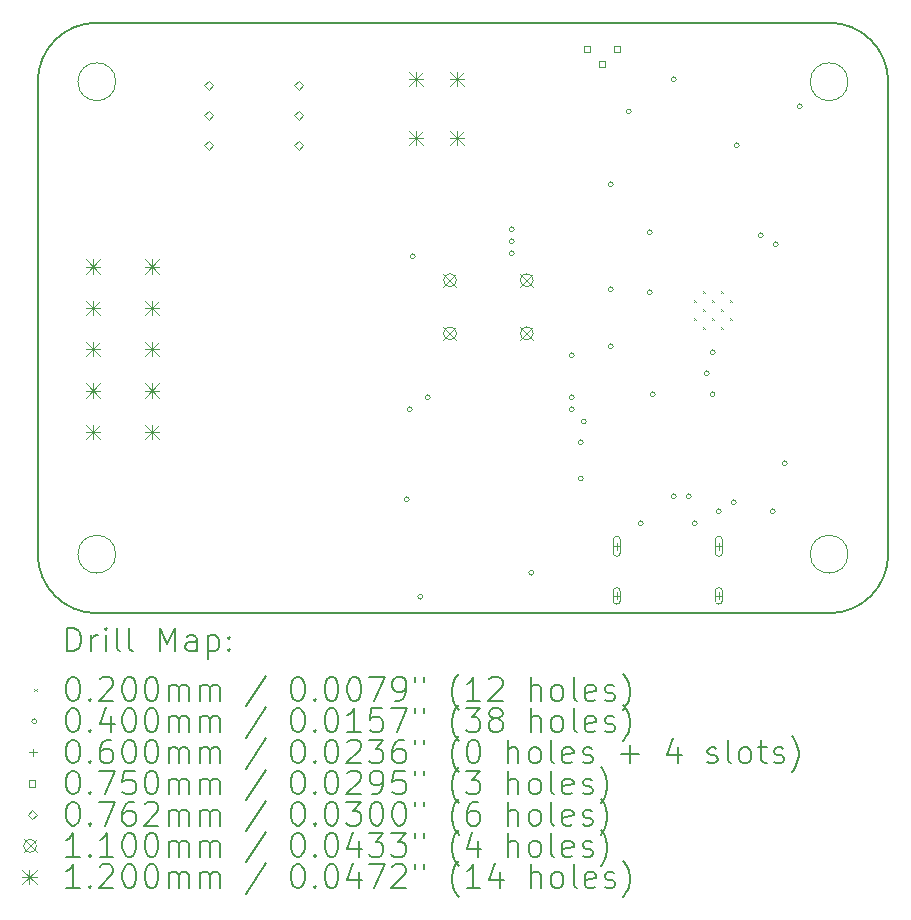
<source format=gbr>
%TF.GenerationSoftware,KiCad,Pcbnew,8.0.2*%
%TF.CreationDate,2024-05-03T17:37:03+02:00*%
%TF.ProjectId,WLED_Controller_PWM,574c4544-5f43-46f6-9e74-726f6c6c6572,rev?*%
%TF.SameCoordinates,Original*%
%TF.FileFunction,Drillmap*%
%TF.FilePolarity,Positive*%
%FSLAX45Y45*%
G04 Gerber Fmt 4.5, Leading zero omitted, Abs format (unit mm)*
G04 Created by KiCad (PCBNEW 8.0.2) date 2024-05-03 17:37:03*
%MOMM*%
%LPD*%
G01*
G04 APERTURE LIST*
%ADD10C,0.200000*%
%ADD11C,0.100000*%
%ADD12C,0.110000*%
%ADD13C,0.120000*%
G04 APERTURE END LIST*
D10*
X7200000Y500000D02*
X7200000Y4500000D01*
D11*
X6860000Y500000D02*
G75*
G02*
X6540000Y500000I-160000J0D01*
G01*
X6540000Y500000D02*
G75*
G02*
X6860000Y500000I160000J0D01*
G01*
X660000Y500000D02*
G75*
G02*
X340000Y500000I-160000J0D01*
G01*
X340000Y500000D02*
G75*
G02*
X660000Y500000I160000J0D01*
G01*
D10*
X6700000Y5000000D02*
X500000Y5000000D01*
D11*
X6860000Y4500000D02*
G75*
G02*
X6540000Y4500000I-160000J0D01*
G01*
X6540000Y4500000D02*
G75*
G02*
X6860000Y4500000I160000J0D01*
G01*
D10*
X7200000Y500000D02*
G75*
G02*
X6700000Y0I-500000J0D01*
G01*
X0Y4500000D02*
G75*
G02*
X500000Y5000000I500000J0D01*
G01*
X0Y4500000D02*
X0Y500000D01*
X500000Y0D02*
X6700000Y0D01*
X6700000Y5000000D02*
G75*
G02*
X7200000Y4500000I0J-500000D01*
G01*
D11*
X660000Y4500000D02*
G75*
G02*
X340000Y4500000I-160000J0D01*
G01*
X340000Y4500000D02*
G75*
G02*
X660000Y4500000I160000J0D01*
G01*
D10*
X500000Y0D02*
G75*
G02*
X0Y500000I0J500000D01*
G01*
D11*
X5552400Y2654250D02*
X5572400Y2634250D01*
X5572400Y2654250D02*
X5552400Y2634250D01*
X5552400Y2501750D02*
X5572400Y2481750D01*
X5572400Y2501750D02*
X5552400Y2481750D01*
X5628650Y2730500D02*
X5648650Y2710500D01*
X5648650Y2730500D02*
X5628650Y2710500D01*
X5628650Y2578000D02*
X5648650Y2558000D01*
X5648650Y2578000D02*
X5628650Y2558000D01*
X5628650Y2425500D02*
X5648650Y2405500D01*
X5648650Y2425500D02*
X5628650Y2405500D01*
X5704900Y2654250D02*
X5724900Y2634250D01*
X5724900Y2654250D02*
X5704900Y2634250D01*
X5704900Y2501750D02*
X5724900Y2481750D01*
X5724900Y2501750D02*
X5704900Y2481750D01*
X5781150Y2730500D02*
X5801150Y2710500D01*
X5801150Y2730500D02*
X5781150Y2710500D01*
X5781150Y2578000D02*
X5801150Y2558000D01*
X5801150Y2578000D02*
X5781150Y2558000D01*
X5781150Y2425500D02*
X5801150Y2405500D01*
X5801150Y2425500D02*
X5781150Y2405500D01*
X5857400Y2654250D02*
X5877400Y2634250D01*
X5877400Y2654250D02*
X5857400Y2634250D01*
X5857400Y2501750D02*
X5877400Y2481750D01*
X5877400Y2501750D02*
X5857400Y2481750D01*
X3144200Y965200D02*
G75*
G02*
X3104200Y965200I-20000J0D01*
G01*
X3104200Y965200D02*
G75*
G02*
X3144200Y965200I20000J0D01*
G01*
X3169600Y1727200D02*
G75*
G02*
X3129600Y1727200I-20000J0D01*
G01*
X3129600Y1727200D02*
G75*
G02*
X3169600Y1727200I20000J0D01*
G01*
X3195000Y3022600D02*
G75*
G02*
X3155000Y3022600I-20000J0D01*
G01*
X3155000Y3022600D02*
G75*
G02*
X3195000Y3022600I20000J0D01*
G01*
X3258500Y139700D02*
G75*
G02*
X3218500Y139700I-20000J0D01*
G01*
X3218500Y139700D02*
G75*
G02*
X3258500Y139700I20000J0D01*
G01*
X3322000Y1828800D02*
G75*
G02*
X3282000Y1828800I-20000J0D01*
G01*
X3282000Y1828800D02*
G75*
G02*
X3322000Y1828800I20000J0D01*
G01*
X4033200Y3251200D02*
G75*
G02*
X3993200Y3251200I-20000J0D01*
G01*
X3993200Y3251200D02*
G75*
G02*
X4033200Y3251200I20000J0D01*
G01*
X4033200Y3149600D02*
G75*
G02*
X3993200Y3149600I-20000J0D01*
G01*
X3993200Y3149600D02*
G75*
G02*
X4033200Y3149600I20000J0D01*
G01*
X4033200Y3048000D02*
G75*
G02*
X3993200Y3048000I-20000J0D01*
G01*
X3993200Y3048000D02*
G75*
G02*
X4033200Y3048000I20000J0D01*
G01*
X4198300Y342900D02*
G75*
G02*
X4158300Y342900I-20000J0D01*
G01*
X4158300Y342900D02*
G75*
G02*
X4198300Y342900I20000J0D01*
G01*
X4541200Y2184400D02*
G75*
G02*
X4501200Y2184400I-20000J0D01*
G01*
X4501200Y2184400D02*
G75*
G02*
X4541200Y2184400I20000J0D01*
G01*
X4541200Y1828800D02*
G75*
G02*
X4501200Y1828800I-20000J0D01*
G01*
X4501200Y1828800D02*
G75*
G02*
X4541200Y1828800I20000J0D01*
G01*
X4541200Y1727200D02*
G75*
G02*
X4501200Y1727200I-20000J0D01*
G01*
X4501200Y1727200D02*
G75*
G02*
X4541200Y1727200I20000J0D01*
G01*
X4617400Y1447800D02*
G75*
G02*
X4577400Y1447800I-20000J0D01*
G01*
X4577400Y1447800D02*
G75*
G02*
X4617400Y1447800I20000J0D01*
G01*
X4617400Y1142040D02*
G75*
G02*
X4577400Y1142040I-20000J0D01*
G01*
X4577400Y1142040D02*
G75*
G02*
X4617400Y1142040I20000J0D01*
G01*
X4642800Y1625000D02*
G75*
G02*
X4602800Y1625000I-20000J0D01*
G01*
X4602800Y1625000D02*
G75*
G02*
X4642800Y1625000I20000J0D01*
G01*
X4871400Y3632200D02*
G75*
G02*
X4831400Y3632200I-20000J0D01*
G01*
X4831400Y3632200D02*
G75*
G02*
X4871400Y3632200I20000J0D01*
G01*
X4871400Y2743200D02*
G75*
G02*
X4831400Y2743200I-20000J0D01*
G01*
X4831400Y2743200D02*
G75*
G02*
X4871400Y2743200I20000J0D01*
G01*
X4871400Y2260600D02*
G75*
G02*
X4831400Y2260600I-20000J0D01*
G01*
X4831400Y2260600D02*
G75*
G02*
X4871400Y2260600I20000J0D01*
G01*
X5023800Y4250000D02*
G75*
G02*
X4983800Y4250000I-20000J0D01*
G01*
X4983800Y4250000D02*
G75*
G02*
X5023800Y4250000I20000J0D01*
G01*
X5125400Y762000D02*
G75*
G02*
X5085400Y762000I-20000J0D01*
G01*
X5085400Y762000D02*
G75*
G02*
X5125400Y762000I20000J0D01*
G01*
X5201600Y3225800D02*
G75*
G02*
X5161600Y3225800I-20000J0D01*
G01*
X5161600Y3225800D02*
G75*
G02*
X5201600Y3225800I20000J0D01*
G01*
X5201600Y2717800D02*
G75*
G02*
X5161600Y2717800I-20000J0D01*
G01*
X5161600Y2717800D02*
G75*
G02*
X5201600Y2717800I20000J0D01*
G01*
X5227000Y1854200D02*
G75*
G02*
X5187000Y1854200I-20000J0D01*
G01*
X5187000Y1854200D02*
G75*
G02*
X5227000Y1854200I20000J0D01*
G01*
X5404800Y4521200D02*
G75*
G02*
X5364800Y4521200I-20000J0D01*
G01*
X5364800Y4521200D02*
G75*
G02*
X5404800Y4521200I20000J0D01*
G01*
X5404800Y990600D02*
G75*
G02*
X5364800Y990600I-20000J0D01*
G01*
X5364800Y990600D02*
G75*
G02*
X5404800Y990600I20000J0D01*
G01*
X5531800Y990600D02*
G75*
G02*
X5491800Y990600I-20000J0D01*
G01*
X5491800Y990600D02*
G75*
G02*
X5531800Y990600I20000J0D01*
G01*
X5582600Y762000D02*
G75*
G02*
X5542600Y762000I-20000J0D01*
G01*
X5542600Y762000D02*
G75*
G02*
X5582600Y762000I20000J0D01*
G01*
X5684200Y2032000D02*
G75*
G02*
X5644200Y2032000I-20000J0D01*
G01*
X5644200Y2032000D02*
G75*
G02*
X5684200Y2032000I20000J0D01*
G01*
X5735000Y2209800D02*
G75*
G02*
X5695000Y2209800I-20000J0D01*
G01*
X5695000Y2209800D02*
G75*
G02*
X5735000Y2209800I20000J0D01*
G01*
X5735000Y1855160D02*
G75*
G02*
X5695000Y1855160I-20000J0D01*
G01*
X5695000Y1855160D02*
G75*
G02*
X5735000Y1855160I20000J0D01*
G01*
X5785800Y863600D02*
G75*
G02*
X5745800Y863600I-20000J0D01*
G01*
X5745800Y863600D02*
G75*
G02*
X5785800Y863600I20000J0D01*
G01*
X5912800Y939800D02*
G75*
G02*
X5872800Y939800I-20000J0D01*
G01*
X5872800Y939800D02*
G75*
G02*
X5912800Y939800I20000J0D01*
G01*
X5938200Y3962400D02*
G75*
G02*
X5898200Y3962400I-20000J0D01*
G01*
X5898200Y3962400D02*
G75*
G02*
X5938200Y3962400I20000J0D01*
G01*
X6141400Y3200400D02*
G75*
G02*
X6101400Y3200400I-20000J0D01*
G01*
X6101400Y3200400D02*
G75*
G02*
X6141400Y3200400I20000J0D01*
G01*
X6243000Y863600D02*
G75*
G02*
X6203000Y863600I-20000J0D01*
G01*
X6203000Y863600D02*
G75*
G02*
X6243000Y863600I20000J0D01*
G01*
X6268400Y3124200D02*
G75*
G02*
X6228400Y3124200I-20000J0D01*
G01*
X6228400Y3124200D02*
G75*
G02*
X6268400Y3124200I20000J0D01*
G01*
X6344600Y1270000D02*
G75*
G02*
X6304600Y1270000I-20000J0D01*
G01*
X6304600Y1270000D02*
G75*
G02*
X6344600Y1270000I20000J0D01*
G01*
X6471600Y4292600D02*
G75*
G02*
X6431600Y4292600I-20000J0D01*
G01*
X6431600Y4292600D02*
G75*
G02*
X6471600Y4292600I20000J0D01*
G01*
X4902000Y596500D02*
X4902000Y536500D01*
X4872000Y566500D02*
X4932000Y566500D01*
X4872000Y621500D02*
X4872000Y511500D01*
X4932000Y511500D02*
G75*
G02*
X4872000Y511500I-30000J0D01*
G01*
X4932000Y511500D02*
X4932000Y621500D01*
X4932000Y621500D02*
G75*
G03*
X4872000Y621500I-30000J0D01*
G01*
X4902000Y176500D02*
X4902000Y116500D01*
X4872000Y146500D02*
X4932000Y146500D01*
X4872000Y186500D02*
X4872000Y106500D01*
X4932000Y106500D02*
G75*
G02*
X4872000Y106500I-30000J0D01*
G01*
X4932000Y106500D02*
X4932000Y186500D01*
X4932000Y186500D02*
G75*
G03*
X4872000Y186500I-30000J0D01*
G01*
X5766000Y596500D02*
X5766000Y536500D01*
X5736000Y566500D02*
X5796000Y566500D01*
X5736000Y621500D02*
X5736000Y511500D01*
X5796000Y511500D02*
G75*
G02*
X5736000Y511500I-30000J0D01*
G01*
X5796000Y511500D02*
X5796000Y621500D01*
X5796000Y621500D02*
G75*
G03*
X5736000Y621500I-30000J0D01*
G01*
X5766000Y176500D02*
X5766000Y116500D01*
X5736000Y146500D02*
X5796000Y146500D01*
X5736000Y186500D02*
X5736000Y106500D01*
X5796000Y106500D02*
G75*
G02*
X5736000Y106500I-30000J0D01*
G01*
X5796000Y106500D02*
X5796000Y186500D01*
X5796000Y186500D02*
G75*
G03*
X5736000Y186500I-30000J0D01*
G01*
X4674717Y4748683D02*
X4674717Y4801717D01*
X4621683Y4801717D01*
X4621683Y4748683D01*
X4674717Y4748683D01*
X4801717Y4621683D02*
X4801717Y4674717D01*
X4748683Y4674717D01*
X4748683Y4621683D01*
X4801717Y4621683D01*
X4928717Y4748683D02*
X4928717Y4801717D01*
X4875683Y4801717D01*
X4875683Y4748683D01*
X4928717Y4748683D01*
X1447800Y4432300D02*
X1485900Y4470400D01*
X1447800Y4508500D01*
X1409700Y4470400D01*
X1447800Y4432300D01*
X1447800Y4178300D02*
X1485900Y4216400D01*
X1447800Y4254500D01*
X1409700Y4216400D01*
X1447800Y4178300D01*
X1447800Y3924300D02*
X1485900Y3962400D01*
X1447800Y4000500D01*
X1409700Y3962400D01*
X1447800Y3924300D01*
X2209800Y4432300D02*
X2247900Y4470400D01*
X2209800Y4508500D01*
X2171700Y4470400D01*
X2209800Y4432300D01*
X2209800Y4178300D02*
X2247900Y4216400D01*
X2209800Y4254500D01*
X2171700Y4216400D01*
X2209800Y4178300D01*
X2209800Y3924300D02*
X2247900Y3962400D01*
X2209800Y4000500D01*
X2171700Y3962400D01*
X2209800Y3924300D01*
D12*
X3435200Y2874400D02*
X3545200Y2764400D01*
X3545200Y2874400D02*
X3435200Y2764400D01*
X3545200Y2819400D02*
G75*
G02*
X3435200Y2819400I-55000J0D01*
G01*
X3435200Y2819400D02*
G75*
G02*
X3545200Y2819400I55000J0D01*
G01*
X3435200Y2424400D02*
X3545200Y2314400D01*
X3545200Y2424400D02*
X3435200Y2314400D01*
X3545200Y2369400D02*
G75*
G02*
X3435200Y2369400I-55000J0D01*
G01*
X3435200Y2369400D02*
G75*
G02*
X3545200Y2369400I55000J0D01*
G01*
X4085200Y2874400D02*
X4195200Y2764400D01*
X4195200Y2874400D02*
X4085200Y2764400D01*
X4195200Y2819400D02*
G75*
G02*
X4085200Y2819400I-55000J0D01*
G01*
X4085200Y2819400D02*
G75*
G02*
X4195200Y2819400I55000J0D01*
G01*
X4085200Y2424400D02*
X4195200Y2314400D01*
X4195200Y2424400D02*
X4085200Y2314400D01*
X4195200Y2369400D02*
G75*
G02*
X4085200Y2369400I-55000J0D01*
G01*
X4085200Y2369400D02*
G75*
G02*
X4195200Y2369400I55000J0D01*
G01*
D13*
X405200Y2995200D02*
X525200Y2875200D01*
X525200Y2995200D02*
X405200Y2875200D01*
X465200Y2995200D02*
X465200Y2875200D01*
X405200Y2935200D02*
X525200Y2935200D01*
X405200Y2645200D02*
X525200Y2525200D01*
X525200Y2645200D02*
X405200Y2525200D01*
X465200Y2645200D02*
X465200Y2525200D01*
X405200Y2585200D02*
X525200Y2585200D01*
X405200Y2295200D02*
X525200Y2175200D01*
X525200Y2295200D02*
X405200Y2175200D01*
X465200Y2295200D02*
X465200Y2175200D01*
X405200Y2235200D02*
X525200Y2235200D01*
X405200Y1945200D02*
X525200Y1825200D01*
X525200Y1945200D02*
X405200Y1825200D01*
X465200Y1945200D02*
X465200Y1825200D01*
X405200Y1885200D02*
X525200Y1885200D01*
X405200Y1595200D02*
X525200Y1475200D01*
X525200Y1595200D02*
X405200Y1475200D01*
X465200Y1595200D02*
X465200Y1475200D01*
X405200Y1535200D02*
X525200Y1535200D01*
X905200Y2995200D02*
X1025200Y2875200D01*
X1025200Y2995200D02*
X905200Y2875200D01*
X965200Y2995200D02*
X965200Y2875200D01*
X905200Y2935200D02*
X1025200Y2935200D01*
X905200Y2645200D02*
X1025200Y2525200D01*
X1025200Y2645200D02*
X905200Y2525200D01*
X965200Y2645200D02*
X965200Y2525200D01*
X905200Y2585200D02*
X1025200Y2585200D01*
X905200Y2295200D02*
X1025200Y2175200D01*
X1025200Y2295200D02*
X905200Y2175200D01*
X965200Y2295200D02*
X965200Y2175200D01*
X905200Y2235200D02*
X1025200Y2235200D01*
X905200Y1945200D02*
X1025200Y1825200D01*
X1025200Y1945200D02*
X905200Y1825200D01*
X965200Y1945200D02*
X965200Y1825200D01*
X905200Y1885200D02*
X1025200Y1885200D01*
X905200Y1595200D02*
X1025200Y1475200D01*
X1025200Y1595200D02*
X905200Y1475200D01*
X965200Y1595200D02*
X965200Y1475200D01*
X905200Y1535200D02*
X1025200Y1535200D01*
X3140400Y4581200D02*
X3260400Y4461200D01*
X3260400Y4581200D02*
X3140400Y4461200D01*
X3200400Y4581200D02*
X3200400Y4461200D01*
X3140400Y4521200D02*
X3260400Y4521200D01*
X3140400Y4081200D02*
X3260400Y3961200D01*
X3260400Y4081200D02*
X3140400Y3961200D01*
X3200400Y4081200D02*
X3200400Y3961200D01*
X3140400Y4021200D02*
X3260400Y4021200D01*
X3490400Y4581200D02*
X3610400Y4461200D01*
X3610400Y4581200D02*
X3490400Y4461200D01*
X3550400Y4581200D02*
X3550400Y4461200D01*
X3490400Y4521200D02*
X3610400Y4521200D01*
X3490400Y4081200D02*
X3610400Y3961200D01*
X3610400Y4081200D02*
X3490400Y3961200D01*
X3550400Y4081200D02*
X3550400Y3961200D01*
X3490400Y4021200D02*
X3610400Y4021200D01*
D10*
X250777Y-321484D02*
X250777Y-121484D01*
X250777Y-121484D02*
X298396Y-121484D01*
X298396Y-121484D02*
X326967Y-131008D01*
X326967Y-131008D02*
X346015Y-150055D01*
X346015Y-150055D02*
X355539Y-169103D01*
X355539Y-169103D02*
X365062Y-207198D01*
X365062Y-207198D02*
X365062Y-235769D01*
X365062Y-235769D02*
X355539Y-273865D01*
X355539Y-273865D02*
X346015Y-292912D01*
X346015Y-292912D02*
X326967Y-311960D01*
X326967Y-311960D02*
X298396Y-321484D01*
X298396Y-321484D02*
X250777Y-321484D01*
X450777Y-321484D02*
X450777Y-188150D01*
X450777Y-226246D02*
X460301Y-207198D01*
X460301Y-207198D02*
X469824Y-197674D01*
X469824Y-197674D02*
X488872Y-188150D01*
X488872Y-188150D02*
X507920Y-188150D01*
X574586Y-321484D02*
X574586Y-188150D01*
X574586Y-121484D02*
X565063Y-131008D01*
X565063Y-131008D02*
X574586Y-140531D01*
X574586Y-140531D02*
X584110Y-131008D01*
X584110Y-131008D02*
X574586Y-121484D01*
X574586Y-121484D02*
X574586Y-140531D01*
X698396Y-321484D02*
X679348Y-311960D01*
X679348Y-311960D02*
X669824Y-292912D01*
X669824Y-292912D02*
X669824Y-121484D01*
X803158Y-321484D02*
X784110Y-311960D01*
X784110Y-311960D02*
X774586Y-292912D01*
X774586Y-292912D02*
X774586Y-121484D01*
X1031729Y-321484D02*
X1031729Y-121484D01*
X1031729Y-121484D02*
X1098396Y-264341D01*
X1098396Y-264341D02*
X1165063Y-121484D01*
X1165063Y-121484D02*
X1165063Y-321484D01*
X1346015Y-321484D02*
X1346015Y-216722D01*
X1346015Y-216722D02*
X1336491Y-197674D01*
X1336491Y-197674D02*
X1317444Y-188150D01*
X1317444Y-188150D02*
X1279348Y-188150D01*
X1279348Y-188150D02*
X1260301Y-197674D01*
X1346015Y-311960D02*
X1326967Y-321484D01*
X1326967Y-321484D02*
X1279348Y-321484D01*
X1279348Y-321484D02*
X1260301Y-311960D01*
X1260301Y-311960D02*
X1250777Y-292912D01*
X1250777Y-292912D02*
X1250777Y-273865D01*
X1250777Y-273865D02*
X1260301Y-254817D01*
X1260301Y-254817D02*
X1279348Y-245293D01*
X1279348Y-245293D02*
X1326967Y-245293D01*
X1326967Y-245293D02*
X1346015Y-235769D01*
X1441253Y-188150D02*
X1441253Y-388150D01*
X1441253Y-197674D02*
X1460301Y-188150D01*
X1460301Y-188150D02*
X1498396Y-188150D01*
X1498396Y-188150D02*
X1517443Y-197674D01*
X1517443Y-197674D02*
X1526967Y-207198D01*
X1526967Y-207198D02*
X1536491Y-226246D01*
X1536491Y-226246D02*
X1536491Y-283389D01*
X1536491Y-283389D02*
X1526967Y-302436D01*
X1526967Y-302436D02*
X1517443Y-311960D01*
X1517443Y-311960D02*
X1498396Y-321484D01*
X1498396Y-321484D02*
X1460301Y-321484D01*
X1460301Y-321484D02*
X1441253Y-311960D01*
X1622205Y-302436D02*
X1631729Y-311960D01*
X1631729Y-311960D02*
X1622205Y-321484D01*
X1622205Y-321484D02*
X1612682Y-311960D01*
X1612682Y-311960D02*
X1622205Y-302436D01*
X1622205Y-302436D02*
X1622205Y-321484D01*
X1622205Y-197674D02*
X1631729Y-207198D01*
X1631729Y-207198D02*
X1622205Y-216722D01*
X1622205Y-216722D02*
X1612682Y-207198D01*
X1612682Y-207198D02*
X1622205Y-197674D01*
X1622205Y-197674D02*
X1622205Y-216722D01*
D11*
X-30000Y-640000D02*
X-10000Y-660000D01*
X-10000Y-640000D02*
X-30000Y-660000D01*
D10*
X288872Y-541484D02*
X307920Y-541484D01*
X307920Y-541484D02*
X326967Y-551008D01*
X326967Y-551008D02*
X336491Y-560531D01*
X336491Y-560531D02*
X346015Y-579579D01*
X346015Y-579579D02*
X355539Y-617674D01*
X355539Y-617674D02*
X355539Y-665293D01*
X355539Y-665293D02*
X346015Y-703388D01*
X346015Y-703388D02*
X336491Y-722436D01*
X336491Y-722436D02*
X326967Y-731960D01*
X326967Y-731960D02*
X307920Y-741484D01*
X307920Y-741484D02*
X288872Y-741484D01*
X288872Y-741484D02*
X269824Y-731960D01*
X269824Y-731960D02*
X260301Y-722436D01*
X260301Y-722436D02*
X250777Y-703388D01*
X250777Y-703388D02*
X241253Y-665293D01*
X241253Y-665293D02*
X241253Y-617674D01*
X241253Y-617674D02*
X250777Y-579579D01*
X250777Y-579579D02*
X260301Y-560531D01*
X260301Y-560531D02*
X269824Y-551008D01*
X269824Y-551008D02*
X288872Y-541484D01*
X441253Y-722436D02*
X450777Y-731960D01*
X450777Y-731960D02*
X441253Y-741484D01*
X441253Y-741484D02*
X431729Y-731960D01*
X431729Y-731960D02*
X441253Y-722436D01*
X441253Y-722436D02*
X441253Y-741484D01*
X526967Y-560531D02*
X536491Y-551008D01*
X536491Y-551008D02*
X555539Y-541484D01*
X555539Y-541484D02*
X603158Y-541484D01*
X603158Y-541484D02*
X622205Y-551008D01*
X622205Y-551008D02*
X631729Y-560531D01*
X631729Y-560531D02*
X641253Y-579579D01*
X641253Y-579579D02*
X641253Y-598627D01*
X641253Y-598627D02*
X631729Y-627198D01*
X631729Y-627198D02*
X517443Y-741484D01*
X517443Y-741484D02*
X641253Y-741484D01*
X765062Y-541484D02*
X784110Y-541484D01*
X784110Y-541484D02*
X803158Y-551008D01*
X803158Y-551008D02*
X812682Y-560531D01*
X812682Y-560531D02*
X822205Y-579579D01*
X822205Y-579579D02*
X831729Y-617674D01*
X831729Y-617674D02*
X831729Y-665293D01*
X831729Y-665293D02*
X822205Y-703388D01*
X822205Y-703388D02*
X812682Y-722436D01*
X812682Y-722436D02*
X803158Y-731960D01*
X803158Y-731960D02*
X784110Y-741484D01*
X784110Y-741484D02*
X765062Y-741484D01*
X765062Y-741484D02*
X746015Y-731960D01*
X746015Y-731960D02*
X736491Y-722436D01*
X736491Y-722436D02*
X726967Y-703388D01*
X726967Y-703388D02*
X717443Y-665293D01*
X717443Y-665293D02*
X717443Y-617674D01*
X717443Y-617674D02*
X726967Y-579579D01*
X726967Y-579579D02*
X736491Y-560531D01*
X736491Y-560531D02*
X746015Y-551008D01*
X746015Y-551008D02*
X765062Y-541484D01*
X955539Y-541484D02*
X974586Y-541484D01*
X974586Y-541484D02*
X993634Y-551008D01*
X993634Y-551008D02*
X1003158Y-560531D01*
X1003158Y-560531D02*
X1012682Y-579579D01*
X1012682Y-579579D02*
X1022205Y-617674D01*
X1022205Y-617674D02*
X1022205Y-665293D01*
X1022205Y-665293D02*
X1012682Y-703388D01*
X1012682Y-703388D02*
X1003158Y-722436D01*
X1003158Y-722436D02*
X993634Y-731960D01*
X993634Y-731960D02*
X974586Y-741484D01*
X974586Y-741484D02*
X955539Y-741484D01*
X955539Y-741484D02*
X936491Y-731960D01*
X936491Y-731960D02*
X926967Y-722436D01*
X926967Y-722436D02*
X917443Y-703388D01*
X917443Y-703388D02*
X907920Y-665293D01*
X907920Y-665293D02*
X907920Y-617674D01*
X907920Y-617674D02*
X917443Y-579579D01*
X917443Y-579579D02*
X926967Y-560531D01*
X926967Y-560531D02*
X936491Y-551008D01*
X936491Y-551008D02*
X955539Y-541484D01*
X1107920Y-741484D02*
X1107920Y-608150D01*
X1107920Y-627198D02*
X1117444Y-617674D01*
X1117444Y-617674D02*
X1136491Y-608150D01*
X1136491Y-608150D02*
X1165063Y-608150D01*
X1165063Y-608150D02*
X1184110Y-617674D01*
X1184110Y-617674D02*
X1193634Y-636722D01*
X1193634Y-636722D02*
X1193634Y-741484D01*
X1193634Y-636722D02*
X1203158Y-617674D01*
X1203158Y-617674D02*
X1222205Y-608150D01*
X1222205Y-608150D02*
X1250777Y-608150D01*
X1250777Y-608150D02*
X1269825Y-617674D01*
X1269825Y-617674D02*
X1279348Y-636722D01*
X1279348Y-636722D02*
X1279348Y-741484D01*
X1374586Y-741484D02*
X1374586Y-608150D01*
X1374586Y-627198D02*
X1384110Y-617674D01*
X1384110Y-617674D02*
X1403158Y-608150D01*
X1403158Y-608150D02*
X1431729Y-608150D01*
X1431729Y-608150D02*
X1450777Y-617674D01*
X1450777Y-617674D02*
X1460301Y-636722D01*
X1460301Y-636722D02*
X1460301Y-741484D01*
X1460301Y-636722D02*
X1469824Y-617674D01*
X1469824Y-617674D02*
X1488872Y-608150D01*
X1488872Y-608150D02*
X1517443Y-608150D01*
X1517443Y-608150D02*
X1536491Y-617674D01*
X1536491Y-617674D02*
X1546015Y-636722D01*
X1546015Y-636722D02*
X1546015Y-741484D01*
X1936491Y-531960D02*
X1765063Y-789103D01*
X2193634Y-541484D02*
X2212682Y-541484D01*
X2212682Y-541484D02*
X2231729Y-551008D01*
X2231729Y-551008D02*
X2241253Y-560531D01*
X2241253Y-560531D02*
X2250777Y-579579D01*
X2250777Y-579579D02*
X2260301Y-617674D01*
X2260301Y-617674D02*
X2260301Y-665293D01*
X2260301Y-665293D02*
X2250777Y-703388D01*
X2250777Y-703388D02*
X2241253Y-722436D01*
X2241253Y-722436D02*
X2231729Y-731960D01*
X2231729Y-731960D02*
X2212682Y-741484D01*
X2212682Y-741484D02*
X2193634Y-741484D01*
X2193634Y-741484D02*
X2174587Y-731960D01*
X2174587Y-731960D02*
X2165063Y-722436D01*
X2165063Y-722436D02*
X2155539Y-703388D01*
X2155539Y-703388D02*
X2146015Y-665293D01*
X2146015Y-665293D02*
X2146015Y-617674D01*
X2146015Y-617674D02*
X2155539Y-579579D01*
X2155539Y-579579D02*
X2165063Y-560531D01*
X2165063Y-560531D02*
X2174587Y-551008D01*
X2174587Y-551008D02*
X2193634Y-541484D01*
X2346015Y-722436D02*
X2355539Y-731960D01*
X2355539Y-731960D02*
X2346015Y-741484D01*
X2346015Y-741484D02*
X2336491Y-731960D01*
X2336491Y-731960D02*
X2346015Y-722436D01*
X2346015Y-722436D02*
X2346015Y-741484D01*
X2479348Y-541484D02*
X2498396Y-541484D01*
X2498396Y-541484D02*
X2517444Y-551008D01*
X2517444Y-551008D02*
X2526968Y-560531D01*
X2526968Y-560531D02*
X2536491Y-579579D01*
X2536491Y-579579D02*
X2546015Y-617674D01*
X2546015Y-617674D02*
X2546015Y-665293D01*
X2546015Y-665293D02*
X2536491Y-703388D01*
X2536491Y-703388D02*
X2526968Y-722436D01*
X2526968Y-722436D02*
X2517444Y-731960D01*
X2517444Y-731960D02*
X2498396Y-741484D01*
X2498396Y-741484D02*
X2479348Y-741484D01*
X2479348Y-741484D02*
X2460301Y-731960D01*
X2460301Y-731960D02*
X2450777Y-722436D01*
X2450777Y-722436D02*
X2441253Y-703388D01*
X2441253Y-703388D02*
X2431729Y-665293D01*
X2431729Y-665293D02*
X2431729Y-617674D01*
X2431729Y-617674D02*
X2441253Y-579579D01*
X2441253Y-579579D02*
X2450777Y-560531D01*
X2450777Y-560531D02*
X2460301Y-551008D01*
X2460301Y-551008D02*
X2479348Y-541484D01*
X2669825Y-541484D02*
X2688872Y-541484D01*
X2688872Y-541484D02*
X2707920Y-551008D01*
X2707920Y-551008D02*
X2717444Y-560531D01*
X2717444Y-560531D02*
X2726968Y-579579D01*
X2726968Y-579579D02*
X2736491Y-617674D01*
X2736491Y-617674D02*
X2736491Y-665293D01*
X2736491Y-665293D02*
X2726968Y-703388D01*
X2726968Y-703388D02*
X2717444Y-722436D01*
X2717444Y-722436D02*
X2707920Y-731960D01*
X2707920Y-731960D02*
X2688872Y-741484D01*
X2688872Y-741484D02*
X2669825Y-741484D01*
X2669825Y-741484D02*
X2650777Y-731960D01*
X2650777Y-731960D02*
X2641253Y-722436D01*
X2641253Y-722436D02*
X2631729Y-703388D01*
X2631729Y-703388D02*
X2622206Y-665293D01*
X2622206Y-665293D02*
X2622206Y-617674D01*
X2622206Y-617674D02*
X2631729Y-579579D01*
X2631729Y-579579D02*
X2641253Y-560531D01*
X2641253Y-560531D02*
X2650777Y-551008D01*
X2650777Y-551008D02*
X2669825Y-541484D01*
X2803158Y-541484D02*
X2936491Y-541484D01*
X2936491Y-541484D02*
X2850777Y-741484D01*
X3022206Y-741484D02*
X3060301Y-741484D01*
X3060301Y-741484D02*
X3079348Y-731960D01*
X3079348Y-731960D02*
X3088872Y-722436D01*
X3088872Y-722436D02*
X3107920Y-693865D01*
X3107920Y-693865D02*
X3117444Y-655770D01*
X3117444Y-655770D02*
X3117444Y-579579D01*
X3117444Y-579579D02*
X3107920Y-560531D01*
X3107920Y-560531D02*
X3098396Y-551008D01*
X3098396Y-551008D02*
X3079348Y-541484D01*
X3079348Y-541484D02*
X3041253Y-541484D01*
X3041253Y-541484D02*
X3022206Y-551008D01*
X3022206Y-551008D02*
X3012682Y-560531D01*
X3012682Y-560531D02*
X3003158Y-579579D01*
X3003158Y-579579D02*
X3003158Y-627198D01*
X3003158Y-627198D02*
X3012682Y-646246D01*
X3012682Y-646246D02*
X3022206Y-655770D01*
X3022206Y-655770D02*
X3041253Y-665293D01*
X3041253Y-665293D02*
X3079348Y-665293D01*
X3079348Y-665293D02*
X3098396Y-655770D01*
X3098396Y-655770D02*
X3107920Y-646246D01*
X3107920Y-646246D02*
X3117444Y-627198D01*
X3193634Y-541484D02*
X3193634Y-579579D01*
X3269825Y-541484D02*
X3269825Y-579579D01*
X3565063Y-817674D02*
X3555539Y-808150D01*
X3555539Y-808150D02*
X3536491Y-779579D01*
X3536491Y-779579D02*
X3526968Y-760531D01*
X3526968Y-760531D02*
X3517444Y-731960D01*
X3517444Y-731960D02*
X3507920Y-684341D01*
X3507920Y-684341D02*
X3507920Y-646246D01*
X3507920Y-646246D02*
X3517444Y-598627D01*
X3517444Y-598627D02*
X3526968Y-570055D01*
X3526968Y-570055D02*
X3536491Y-551008D01*
X3536491Y-551008D02*
X3555539Y-522436D01*
X3555539Y-522436D02*
X3565063Y-512912D01*
X3746015Y-741484D02*
X3631729Y-741484D01*
X3688872Y-741484D02*
X3688872Y-541484D01*
X3688872Y-541484D02*
X3669825Y-570055D01*
X3669825Y-570055D02*
X3650777Y-589103D01*
X3650777Y-589103D02*
X3631729Y-598627D01*
X3822206Y-560531D02*
X3831729Y-551008D01*
X3831729Y-551008D02*
X3850777Y-541484D01*
X3850777Y-541484D02*
X3898396Y-541484D01*
X3898396Y-541484D02*
X3917444Y-551008D01*
X3917444Y-551008D02*
X3926968Y-560531D01*
X3926968Y-560531D02*
X3936491Y-579579D01*
X3936491Y-579579D02*
X3936491Y-598627D01*
X3936491Y-598627D02*
X3926968Y-627198D01*
X3926968Y-627198D02*
X3812682Y-741484D01*
X3812682Y-741484D02*
X3936491Y-741484D01*
X4174587Y-741484D02*
X4174587Y-541484D01*
X4260301Y-741484D02*
X4260301Y-636722D01*
X4260301Y-636722D02*
X4250777Y-617674D01*
X4250777Y-617674D02*
X4231730Y-608150D01*
X4231730Y-608150D02*
X4203158Y-608150D01*
X4203158Y-608150D02*
X4184110Y-617674D01*
X4184110Y-617674D02*
X4174587Y-627198D01*
X4384111Y-741484D02*
X4365063Y-731960D01*
X4365063Y-731960D02*
X4355539Y-722436D01*
X4355539Y-722436D02*
X4346015Y-703388D01*
X4346015Y-703388D02*
X4346015Y-646246D01*
X4346015Y-646246D02*
X4355539Y-627198D01*
X4355539Y-627198D02*
X4365063Y-617674D01*
X4365063Y-617674D02*
X4384111Y-608150D01*
X4384111Y-608150D02*
X4412682Y-608150D01*
X4412682Y-608150D02*
X4431730Y-617674D01*
X4431730Y-617674D02*
X4441253Y-627198D01*
X4441253Y-627198D02*
X4450777Y-646246D01*
X4450777Y-646246D02*
X4450777Y-703388D01*
X4450777Y-703388D02*
X4441253Y-722436D01*
X4441253Y-722436D02*
X4431730Y-731960D01*
X4431730Y-731960D02*
X4412682Y-741484D01*
X4412682Y-741484D02*
X4384111Y-741484D01*
X4565063Y-741484D02*
X4546015Y-731960D01*
X4546015Y-731960D02*
X4536492Y-712912D01*
X4536492Y-712912D02*
X4536492Y-541484D01*
X4717444Y-731960D02*
X4698396Y-741484D01*
X4698396Y-741484D02*
X4660301Y-741484D01*
X4660301Y-741484D02*
X4641253Y-731960D01*
X4641253Y-731960D02*
X4631730Y-712912D01*
X4631730Y-712912D02*
X4631730Y-636722D01*
X4631730Y-636722D02*
X4641253Y-617674D01*
X4641253Y-617674D02*
X4660301Y-608150D01*
X4660301Y-608150D02*
X4698396Y-608150D01*
X4698396Y-608150D02*
X4717444Y-617674D01*
X4717444Y-617674D02*
X4726968Y-636722D01*
X4726968Y-636722D02*
X4726968Y-655770D01*
X4726968Y-655770D02*
X4631730Y-674817D01*
X4803158Y-731960D02*
X4822206Y-741484D01*
X4822206Y-741484D02*
X4860301Y-741484D01*
X4860301Y-741484D02*
X4879349Y-731960D01*
X4879349Y-731960D02*
X4888873Y-712912D01*
X4888873Y-712912D02*
X4888873Y-703388D01*
X4888873Y-703388D02*
X4879349Y-684341D01*
X4879349Y-684341D02*
X4860301Y-674817D01*
X4860301Y-674817D02*
X4831730Y-674817D01*
X4831730Y-674817D02*
X4812682Y-665293D01*
X4812682Y-665293D02*
X4803158Y-646246D01*
X4803158Y-646246D02*
X4803158Y-636722D01*
X4803158Y-636722D02*
X4812682Y-617674D01*
X4812682Y-617674D02*
X4831730Y-608150D01*
X4831730Y-608150D02*
X4860301Y-608150D01*
X4860301Y-608150D02*
X4879349Y-617674D01*
X4955539Y-817674D02*
X4965063Y-808150D01*
X4965063Y-808150D02*
X4984111Y-779579D01*
X4984111Y-779579D02*
X4993634Y-760531D01*
X4993634Y-760531D02*
X5003158Y-731960D01*
X5003158Y-731960D02*
X5012682Y-684341D01*
X5012682Y-684341D02*
X5012682Y-646246D01*
X5012682Y-646246D02*
X5003158Y-598627D01*
X5003158Y-598627D02*
X4993634Y-570055D01*
X4993634Y-570055D02*
X4984111Y-551008D01*
X4984111Y-551008D02*
X4965063Y-522436D01*
X4965063Y-522436D02*
X4955539Y-512912D01*
D11*
X-10000Y-914000D02*
G75*
G02*
X-50000Y-914000I-20000J0D01*
G01*
X-50000Y-914000D02*
G75*
G02*
X-10000Y-914000I20000J0D01*
G01*
D10*
X288872Y-805484D02*
X307920Y-805484D01*
X307920Y-805484D02*
X326967Y-815008D01*
X326967Y-815008D02*
X336491Y-824531D01*
X336491Y-824531D02*
X346015Y-843579D01*
X346015Y-843579D02*
X355539Y-881674D01*
X355539Y-881674D02*
X355539Y-929293D01*
X355539Y-929293D02*
X346015Y-967388D01*
X346015Y-967388D02*
X336491Y-986436D01*
X336491Y-986436D02*
X326967Y-995960D01*
X326967Y-995960D02*
X307920Y-1005484D01*
X307920Y-1005484D02*
X288872Y-1005484D01*
X288872Y-1005484D02*
X269824Y-995960D01*
X269824Y-995960D02*
X260301Y-986436D01*
X260301Y-986436D02*
X250777Y-967388D01*
X250777Y-967388D02*
X241253Y-929293D01*
X241253Y-929293D02*
X241253Y-881674D01*
X241253Y-881674D02*
X250777Y-843579D01*
X250777Y-843579D02*
X260301Y-824531D01*
X260301Y-824531D02*
X269824Y-815008D01*
X269824Y-815008D02*
X288872Y-805484D01*
X441253Y-986436D02*
X450777Y-995960D01*
X450777Y-995960D02*
X441253Y-1005484D01*
X441253Y-1005484D02*
X431729Y-995960D01*
X431729Y-995960D02*
X441253Y-986436D01*
X441253Y-986436D02*
X441253Y-1005484D01*
X622205Y-872150D02*
X622205Y-1005484D01*
X574586Y-795960D02*
X526967Y-938817D01*
X526967Y-938817D02*
X650777Y-938817D01*
X765062Y-805484D02*
X784110Y-805484D01*
X784110Y-805484D02*
X803158Y-815008D01*
X803158Y-815008D02*
X812682Y-824531D01*
X812682Y-824531D02*
X822205Y-843579D01*
X822205Y-843579D02*
X831729Y-881674D01*
X831729Y-881674D02*
X831729Y-929293D01*
X831729Y-929293D02*
X822205Y-967388D01*
X822205Y-967388D02*
X812682Y-986436D01*
X812682Y-986436D02*
X803158Y-995960D01*
X803158Y-995960D02*
X784110Y-1005484D01*
X784110Y-1005484D02*
X765062Y-1005484D01*
X765062Y-1005484D02*
X746015Y-995960D01*
X746015Y-995960D02*
X736491Y-986436D01*
X736491Y-986436D02*
X726967Y-967388D01*
X726967Y-967388D02*
X717443Y-929293D01*
X717443Y-929293D02*
X717443Y-881674D01*
X717443Y-881674D02*
X726967Y-843579D01*
X726967Y-843579D02*
X736491Y-824531D01*
X736491Y-824531D02*
X746015Y-815008D01*
X746015Y-815008D02*
X765062Y-805484D01*
X955539Y-805484D02*
X974586Y-805484D01*
X974586Y-805484D02*
X993634Y-815008D01*
X993634Y-815008D02*
X1003158Y-824531D01*
X1003158Y-824531D02*
X1012682Y-843579D01*
X1012682Y-843579D02*
X1022205Y-881674D01*
X1022205Y-881674D02*
X1022205Y-929293D01*
X1022205Y-929293D02*
X1012682Y-967388D01*
X1012682Y-967388D02*
X1003158Y-986436D01*
X1003158Y-986436D02*
X993634Y-995960D01*
X993634Y-995960D02*
X974586Y-1005484D01*
X974586Y-1005484D02*
X955539Y-1005484D01*
X955539Y-1005484D02*
X936491Y-995960D01*
X936491Y-995960D02*
X926967Y-986436D01*
X926967Y-986436D02*
X917443Y-967388D01*
X917443Y-967388D02*
X907920Y-929293D01*
X907920Y-929293D02*
X907920Y-881674D01*
X907920Y-881674D02*
X917443Y-843579D01*
X917443Y-843579D02*
X926967Y-824531D01*
X926967Y-824531D02*
X936491Y-815008D01*
X936491Y-815008D02*
X955539Y-805484D01*
X1107920Y-1005484D02*
X1107920Y-872150D01*
X1107920Y-891198D02*
X1117444Y-881674D01*
X1117444Y-881674D02*
X1136491Y-872150D01*
X1136491Y-872150D02*
X1165063Y-872150D01*
X1165063Y-872150D02*
X1184110Y-881674D01*
X1184110Y-881674D02*
X1193634Y-900722D01*
X1193634Y-900722D02*
X1193634Y-1005484D01*
X1193634Y-900722D02*
X1203158Y-881674D01*
X1203158Y-881674D02*
X1222205Y-872150D01*
X1222205Y-872150D02*
X1250777Y-872150D01*
X1250777Y-872150D02*
X1269825Y-881674D01*
X1269825Y-881674D02*
X1279348Y-900722D01*
X1279348Y-900722D02*
X1279348Y-1005484D01*
X1374586Y-1005484D02*
X1374586Y-872150D01*
X1374586Y-891198D02*
X1384110Y-881674D01*
X1384110Y-881674D02*
X1403158Y-872150D01*
X1403158Y-872150D02*
X1431729Y-872150D01*
X1431729Y-872150D02*
X1450777Y-881674D01*
X1450777Y-881674D02*
X1460301Y-900722D01*
X1460301Y-900722D02*
X1460301Y-1005484D01*
X1460301Y-900722D02*
X1469824Y-881674D01*
X1469824Y-881674D02*
X1488872Y-872150D01*
X1488872Y-872150D02*
X1517443Y-872150D01*
X1517443Y-872150D02*
X1536491Y-881674D01*
X1536491Y-881674D02*
X1546015Y-900722D01*
X1546015Y-900722D02*
X1546015Y-1005484D01*
X1936491Y-795960D02*
X1765063Y-1053103D01*
X2193634Y-805484D02*
X2212682Y-805484D01*
X2212682Y-805484D02*
X2231729Y-815008D01*
X2231729Y-815008D02*
X2241253Y-824531D01*
X2241253Y-824531D02*
X2250777Y-843579D01*
X2250777Y-843579D02*
X2260301Y-881674D01*
X2260301Y-881674D02*
X2260301Y-929293D01*
X2260301Y-929293D02*
X2250777Y-967388D01*
X2250777Y-967388D02*
X2241253Y-986436D01*
X2241253Y-986436D02*
X2231729Y-995960D01*
X2231729Y-995960D02*
X2212682Y-1005484D01*
X2212682Y-1005484D02*
X2193634Y-1005484D01*
X2193634Y-1005484D02*
X2174587Y-995960D01*
X2174587Y-995960D02*
X2165063Y-986436D01*
X2165063Y-986436D02*
X2155539Y-967388D01*
X2155539Y-967388D02*
X2146015Y-929293D01*
X2146015Y-929293D02*
X2146015Y-881674D01*
X2146015Y-881674D02*
X2155539Y-843579D01*
X2155539Y-843579D02*
X2165063Y-824531D01*
X2165063Y-824531D02*
X2174587Y-815008D01*
X2174587Y-815008D02*
X2193634Y-805484D01*
X2346015Y-986436D02*
X2355539Y-995960D01*
X2355539Y-995960D02*
X2346015Y-1005484D01*
X2346015Y-1005484D02*
X2336491Y-995960D01*
X2336491Y-995960D02*
X2346015Y-986436D01*
X2346015Y-986436D02*
X2346015Y-1005484D01*
X2479348Y-805484D02*
X2498396Y-805484D01*
X2498396Y-805484D02*
X2517444Y-815008D01*
X2517444Y-815008D02*
X2526968Y-824531D01*
X2526968Y-824531D02*
X2536491Y-843579D01*
X2536491Y-843579D02*
X2546015Y-881674D01*
X2546015Y-881674D02*
X2546015Y-929293D01*
X2546015Y-929293D02*
X2536491Y-967388D01*
X2536491Y-967388D02*
X2526968Y-986436D01*
X2526968Y-986436D02*
X2517444Y-995960D01*
X2517444Y-995960D02*
X2498396Y-1005484D01*
X2498396Y-1005484D02*
X2479348Y-1005484D01*
X2479348Y-1005484D02*
X2460301Y-995960D01*
X2460301Y-995960D02*
X2450777Y-986436D01*
X2450777Y-986436D02*
X2441253Y-967388D01*
X2441253Y-967388D02*
X2431729Y-929293D01*
X2431729Y-929293D02*
X2431729Y-881674D01*
X2431729Y-881674D02*
X2441253Y-843579D01*
X2441253Y-843579D02*
X2450777Y-824531D01*
X2450777Y-824531D02*
X2460301Y-815008D01*
X2460301Y-815008D02*
X2479348Y-805484D01*
X2736491Y-1005484D02*
X2622206Y-1005484D01*
X2679348Y-1005484D02*
X2679348Y-805484D01*
X2679348Y-805484D02*
X2660301Y-834055D01*
X2660301Y-834055D02*
X2641253Y-853103D01*
X2641253Y-853103D02*
X2622206Y-862627D01*
X2917444Y-805484D02*
X2822206Y-805484D01*
X2822206Y-805484D02*
X2812682Y-900722D01*
X2812682Y-900722D02*
X2822206Y-891198D01*
X2822206Y-891198D02*
X2841253Y-881674D01*
X2841253Y-881674D02*
X2888872Y-881674D01*
X2888872Y-881674D02*
X2907920Y-891198D01*
X2907920Y-891198D02*
X2917444Y-900722D01*
X2917444Y-900722D02*
X2926967Y-919769D01*
X2926967Y-919769D02*
X2926967Y-967388D01*
X2926967Y-967388D02*
X2917444Y-986436D01*
X2917444Y-986436D02*
X2907920Y-995960D01*
X2907920Y-995960D02*
X2888872Y-1005484D01*
X2888872Y-1005484D02*
X2841253Y-1005484D01*
X2841253Y-1005484D02*
X2822206Y-995960D01*
X2822206Y-995960D02*
X2812682Y-986436D01*
X2993634Y-805484D02*
X3126967Y-805484D01*
X3126967Y-805484D02*
X3041253Y-1005484D01*
X3193634Y-805484D02*
X3193634Y-843579D01*
X3269825Y-805484D02*
X3269825Y-843579D01*
X3565063Y-1081674D02*
X3555539Y-1072150D01*
X3555539Y-1072150D02*
X3536491Y-1043579D01*
X3536491Y-1043579D02*
X3526968Y-1024531D01*
X3526968Y-1024531D02*
X3517444Y-995960D01*
X3517444Y-995960D02*
X3507920Y-948341D01*
X3507920Y-948341D02*
X3507920Y-910246D01*
X3507920Y-910246D02*
X3517444Y-862627D01*
X3517444Y-862627D02*
X3526968Y-834055D01*
X3526968Y-834055D02*
X3536491Y-815008D01*
X3536491Y-815008D02*
X3555539Y-786436D01*
X3555539Y-786436D02*
X3565063Y-776912D01*
X3622206Y-805484D02*
X3746015Y-805484D01*
X3746015Y-805484D02*
X3679348Y-881674D01*
X3679348Y-881674D02*
X3707920Y-881674D01*
X3707920Y-881674D02*
X3726968Y-891198D01*
X3726968Y-891198D02*
X3736491Y-900722D01*
X3736491Y-900722D02*
X3746015Y-919769D01*
X3746015Y-919769D02*
X3746015Y-967388D01*
X3746015Y-967388D02*
X3736491Y-986436D01*
X3736491Y-986436D02*
X3726968Y-995960D01*
X3726968Y-995960D02*
X3707920Y-1005484D01*
X3707920Y-1005484D02*
X3650777Y-1005484D01*
X3650777Y-1005484D02*
X3631729Y-995960D01*
X3631729Y-995960D02*
X3622206Y-986436D01*
X3860301Y-891198D02*
X3841253Y-881674D01*
X3841253Y-881674D02*
X3831729Y-872150D01*
X3831729Y-872150D02*
X3822206Y-853103D01*
X3822206Y-853103D02*
X3822206Y-843579D01*
X3822206Y-843579D02*
X3831729Y-824531D01*
X3831729Y-824531D02*
X3841253Y-815008D01*
X3841253Y-815008D02*
X3860301Y-805484D01*
X3860301Y-805484D02*
X3898396Y-805484D01*
X3898396Y-805484D02*
X3917444Y-815008D01*
X3917444Y-815008D02*
X3926968Y-824531D01*
X3926968Y-824531D02*
X3936491Y-843579D01*
X3936491Y-843579D02*
X3936491Y-853103D01*
X3936491Y-853103D02*
X3926968Y-872150D01*
X3926968Y-872150D02*
X3917444Y-881674D01*
X3917444Y-881674D02*
X3898396Y-891198D01*
X3898396Y-891198D02*
X3860301Y-891198D01*
X3860301Y-891198D02*
X3841253Y-900722D01*
X3841253Y-900722D02*
X3831729Y-910246D01*
X3831729Y-910246D02*
X3822206Y-929293D01*
X3822206Y-929293D02*
X3822206Y-967388D01*
X3822206Y-967388D02*
X3831729Y-986436D01*
X3831729Y-986436D02*
X3841253Y-995960D01*
X3841253Y-995960D02*
X3860301Y-1005484D01*
X3860301Y-1005484D02*
X3898396Y-1005484D01*
X3898396Y-1005484D02*
X3917444Y-995960D01*
X3917444Y-995960D02*
X3926968Y-986436D01*
X3926968Y-986436D02*
X3936491Y-967388D01*
X3936491Y-967388D02*
X3936491Y-929293D01*
X3936491Y-929293D02*
X3926968Y-910246D01*
X3926968Y-910246D02*
X3917444Y-900722D01*
X3917444Y-900722D02*
X3898396Y-891198D01*
X4174587Y-1005484D02*
X4174587Y-805484D01*
X4260301Y-1005484D02*
X4260301Y-900722D01*
X4260301Y-900722D02*
X4250777Y-881674D01*
X4250777Y-881674D02*
X4231730Y-872150D01*
X4231730Y-872150D02*
X4203158Y-872150D01*
X4203158Y-872150D02*
X4184110Y-881674D01*
X4184110Y-881674D02*
X4174587Y-891198D01*
X4384111Y-1005484D02*
X4365063Y-995960D01*
X4365063Y-995960D02*
X4355539Y-986436D01*
X4355539Y-986436D02*
X4346015Y-967388D01*
X4346015Y-967388D02*
X4346015Y-910246D01*
X4346015Y-910246D02*
X4355539Y-891198D01*
X4355539Y-891198D02*
X4365063Y-881674D01*
X4365063Y-881674D02*
X4384111Y-872150D01*
X4384111Y-872150D02*
X4412682Y-872150D01*
X4412682Y-872150D02*
X4431730Y-881674D01*
X4431730Y-881674D02*
X4441253Y-891198D01*
X4441253Y-891198D02*
X4450777Y-910246D01*
X4450777Y-910246D02*
X4450777Y-967388D01*
X4450777Y-967388D02*
X4441253Y-986436D01*
X4441253Y-986436D02*
X4431730Y-995960D01*
X4431730Y-995960D02*
X4412682Y-1005484D01*
X4412682Y-1005484D02*
X4384111Y-1005484D01*
X4565063Y-1005484D02*
X4546015Y-995960D01*
X4546015Y-995960D02*
X4536492Y-976912D01*
X4536492Y-976912D02*
X4536492Y-805484D01*
X4717444Y-995960D02*
X4698396Y-1005484D01*
X4698396Y-1005484D02*
X4660301Y-1005484D01*
X4660301Y-1005484D02*
X4641253Y-995960D01*
X4641253Y-995960D02*
X4631730Y-976912D01*
X4631730Y-976912D02*
X4631730Y-900722D01*
X4631730Y-900722D02*
X4641253Y-881674D01*
X4641253Y-881674D02*
X4660301Y-872150D01*
X4660301Y-872150D02*
X4698396Y-872150D01*
X4698396Y-872150D02*
X4717444Y-881674D01*
X4717444Y-881674D02*
X4726968Y-900722D01*
X4726968Y-900722D02*
X4726968Y-919769D01*
X4726968Y-919769D02*
X4631730Y-938817D01*
X4803158Y-995960D02*
X4822206Y-1005484D01*
X4822206Y-1005484D02*
X4860301Y-1005484D01*
X4860301Y-1005484D02*
X4879349Y-995960D01*
X4879349Y-995960D02*
X4888873Y-976912D01*
X4888873Y-976912D02*
X4888873Y-967388D01*
X4888873Y-967388D02*
X4879349Y-948341D01*
X4879349Y-948341D02*
X4860301Y-938817D01*
X4860301Y-938817D02*
X4831730Y-938817D01*
X4831730Y-938817D02*
X4812682Y-929293D01*
X4812682Y-929293D02*
X4803158Y-910246D01*
X4803158Y-910246D02*
X4803158Y-900722D01*
X4803158Y-900722D02*
X4812682Y-881674D01*
X4812682Y-881674D02*
X4831730Y-872150D01*
X4831730Y-872150D02*
X4860301Y-872150D01*
X4860301Y-872150D02*
X4879349Y-881674D01*
X4955539Y-1081674D02*
X4965063Y-1072150D01*
X4965063Y-1072150D02*
X4984111Y-1043579D01*
X4984111Y-1043579D02*
X4993634Y-1024531D01*
X4993634Y-1024531D02*
X5003158Y-995960D01*
X5003158Y-995960D02*
X5012682Y-948341D01*
X5012682Y-948341D02*
X5012682Y-910246D01*
X5012682Y-910246D02*
X5003158Y-862627D01*
X5003158Y-862627D02*
X4993634Y-834055D01*
X4993634Y-834055D02*
X4984111Y-815008D01*
X4984111Y-815008D02*
X4965063Y-786436D01*
X4965063Y-786436D02*
X4955539Y-776912D01*
D11*
X-40000Y-1148000D02*
X-40000Y-1208000D01*
X-70000Y-1178000D02*
X-10000Y-1178000D01*
D10*
X288872Y-1069484D02*
X307920Y-1069484D01*
X307920Y-1069484D02*
X326967Y-1079008D01*
X326967Y-1079008D02*
X336491Y-1088531D01*
X336491Y-1088531D02*
X346015Y-1107579D01*
X346015Y-1107579D02*
X355539Y-1145674D01*
X355539Y-1145674D02*
X355539Y-1193293D01*
X355539Y-1193293D02*
X346015Y-1231389D01*
X346015Y-1231389D02*
X336491Y-1250436D01*
X336491Y-1250436D02*
X326967Y-1259960D01*
X326967Y-1259960D02*
X307920Y-1269484D01*
X307920Y-1269484D02*
X288872Y-1269484D01*
X288872Y-1269484D02*
X269824Y-1259960D01*
X269824Y-1259960D02*
X260301Y-1250436D01*
X260301Y-1250436D02*
X250777Y-1231389D01*
X250777Y-1231389D02*
X241253Y-1193293D01*
X241253Y-1193293D02*
X241253Y-1145674D01*
X241253Y-1145674D02*
X250777Y-1107579D01*
X250777Y-1107579D02*
X260301Y-1088531D01*
X260301Y-1088531D02*
X269824Y-1079008D01*
X269824Y-1079008D02*
X288872Y-1069484D01*
X441253Y-1250436D02*
X450777Y-1259960D01*
X450777Y-1259960D02*
X441253Y-1269484D01*
X441253Y-1269484D02*
X431729Y-1259960D01*
X431729Y-1259960D02*
X441253Y-1250436D01*
X441253Y-1250436D02*
X441253Y-1269484D01*
X622205Y-1069484D02*
X584110Y-1069484D01*
X584110Y-1069484D02*
X565063Y-1079008D01*
X565063Y-1079008D02*
X555539Y-1088531D01*
X555539Y-1088531D02*
X536491Y-1117103D01*
X536491Y-1117103D02*
X526967Y-1155198D01*
X526967Y-1155198D02*
X526967Y-1231389D01*
X526967Y-1231389D02*
X536491Y-1250436D01*
X536491Y-1250436D02*
X546015Y-1259960D01*
X546015Y-1259960D02*
X565063Y-1269484D01*
X565063Y-1269484D02*
X603158Y-1269484D01*
X603158Y-1269484D02*
X622205Y-1259960D01*
X622205Y-1259960D02*
X631729Y-1250436D01*
X631729Y-1250436D02*
X641253Y-1231389D01*
X641253Y-1231389D02*
X641253Y-1183770D01*
X641253Y-1183770D02*
X631729Y-1164722D01*
X631729Y-1164722D02*
X622205Y-1155198D01*
X622205Y-1155198D02*
X603158Y-1145674D01*
X603158Y-1145674D02*
X565063Y-1145674D01*
X565063Y-1145674D02*
X546015Y-1155198D01*
X546015Y-1155198D02*
X536491Y-1164722D01*
X536491Y-1164722D02*
X526967Y-1183770D01*
X765062Y-1069484D02*
X784110Y-1069484D01*
X784110Y-1069484D02*
X803158Y-1079008D01*
X803158Y-1079008D02*
X812682Y-1088531D01*
X812682Y-1088531D02*
X822205Y-1107579D01*
X822205Y-1107579D02*
X831729Y-1145674D01*
X831729Y-1145674D02*
X831729Y-1193293D01*
X831729Y-1193293D02*
X822205Y-1231389D01*
X822205Y-1231389D02*
X812682Y-1250436D01*
X812682Y-1250436D02*
X803158Y-1259960D01*
X803158Y-1259960D02*
X784110Y-1269484D01*
X784110Y-1269484D02*
X765062Y-1269484D01*
X765062Y-1269484D02*
X746015Y-1259960D01*
X746015Y-1259960D02*
X736491Y-1250436D01*
X736491Y-1250436D02*
X726967Y-1231389D01*
X726967Y-1231389D02*
X717443Y-1193293D01*
X717443Y-1193293D02*
X717443Y-1145674D01*
X717443Y-1145674D02*
X726967Y-1107579D01*
X726967Y-1107579D02*
X736491Y-1088531D01*
X736491Y-1088531D02*
X746015Y-1079008D01*
X746015Y-1079008D02*
X765062Y-1069484D01*
X955539Y-1069484D02*
X974586Y-1069484D01*
X974586Y-1069484D02*
X993634Y-1079008D01*
X993634Y-1079008D02*
X1003158Y-1088531D01*
X1003158Y-1088531D02*
X1012682Y-1107579D01*
X1012682Y-1107579D02*
X1022205Y-1145674D01*
X1022205Y-1145674D02*
X1022205Y-1193293D01*
X1022205Y-1193293D02*
X1012682Y-1231389D01*
X1012682Y-1231389D02*
X1003158Y-1250436D01*
X1003158Y-1250436D02*
X993634Y-1259960D01*
X993634Y-1259960D02*
X974586Y-1269484D01*
X974586Y-1269484D02*
X955539Y-1269484D01*
X955539Y-1269484D02*
X936491Y-1259960D01*
X936491Y-1259960D02*
X926967Y-1250436D01*
X926967Y-1250436D02*
X917443Y-1231389D01*
X917443Y-1231389D02*
X907920Y-1193293D01*
X907920Y-1193293D02*
X907920Y-1145674D01*
X907920Y-1145674D02*
X917443Y-1107579D01*
X917443Y-1107579D02*
X926967Y-1088531D01*
X926967Y-1088531D02*
X936491Y-1079008D01*
X936491Y-1079008D02*
X955539Y-1069484D01*
X1107920Y-1269484D02*
X1107920Y-1136150D01*
X1107920Y-1155198D02*
X1117444Y-1145674D01*
X1117444Y-1145674D02*
X1136491Y-1136150D01*
X1136491Y-1136150D02*
X1165063Y-1136150D01*
X1165063Y-1136150D02*
X1184110Y-1145674D01*
X1184110Y-1145674D02*
X1193634Y-1164722D01*
X1193634Y-1164722D02*
X1193634Y-1269484D01*
X1193634Y-1164722D02*
X1203158Y-1145674D01*
X1203158Y-1145674D02*
X1222205Y-1136150D01*
X1222205Y-1136150D02*
X1250777Y-1136150D01*
X1250777Y-1136150D02*
X1269825Y-1145674D01*
X1269825Y-1145674D02*
X1279348Y-1164722D01*
X1279348Y-1164722D02*
X1279348Y-1269484D01*
X1374586Y-1269484D02*
X1374586Y-1136150D01*
X1374586Y-1155198D02*
X1384110Y-1145674D01*
X1384110Y-1145674D02*
X1403158Y-1136150D01*
X1403158Y-1136150D02*
X1431729Y-1136150D01*
X1431729Y-1136150D02*
X1450777Y-1145674D01*
X1450777Y-1145674D02*
X1460301Y-1164722D01*
X1460301Y-1164722D02*
X1460301Y-1269484D01*
X1460301Y-1164722D02*
X1469824Y-1145674D01*
X1469824Y-1145674D02*
X1488872Y-1136150D01*
X1488872Y-1136150D02*
X1517443Y-1136150D01*
X1517443Y-1136150D02*
X1536491Y-1145674D01*
X1536491Y-1145674D02*
X1546015Y-1164722D01*
X1546015Y-1164722D02*
X1546015Y-1269484D01*
X1936491Y-1059960D02*
X1765063Y-1317103D01*
X2193634Y-1069484D02*
X2212682Y-1069484D01*
X2212682Y-1069484D02*
X2231729Y-1079008D01*
X2231729Y-1079008D02*
X2241253Y-1088531D01*
X2241253Y-1088531D02*
X2250777Y-1107579D01*
X2250777Y-1107579D02*
X2260301Y-1145674D01*
X2260301Y-1145674D02*
X2260301Y-1193293D01*
X2260301Y-1193293D02*
X2250777Y-1231389D01*
X2250777Y-1231389D02*
X2241253Y-1250436D01*
X2241253Y-1250436D02*
X2231729Y-1259960D01*
X2231729Y-1259960D02*
X2212682Y-1269484D01*
X2212682Y-1269484D02*
X2193634Y-1269484D01*
X2193634Y-1269484D02*
X2174587Y-1259960D01*
X2174587Y-1259960D02*
X2165063Y-1250436D01*
X2165063Y-1250436D02*
X2155539Y-1231389D01*
X2155539Y-1231389D02*
X2146015Y-1193293D01*
X2146015Y-1193293D02*
X2146015Y-1145674D01*
X2146015Y-1145674D02*
X2155539Y-1107579D01*
X2155539Y-1107579D02*
X2165063Y-1088531D01*
X2165063Y-1088531D02*
X2174587Y-1079008D01*
X2174587Y-1079008D02*
X2193634Y-1069484D01*
X2346015Y-1250436D02*
X2355539Y-1259960D01*
X2355539Y-1259960D02*
X2346015Y-1269484D01*
X2346015Y-1269484D02*
X2336491Y-1259960D01*
X2336491Y-1259960D02*
X2346015Y-1250436D01*
X2346015Y-1250436D02*
X2346015Y-1269484D01*
X2479348Y-1069484D02*
X2498396Y-1069484D01*
X2498396Y-1069484D02*
X2517444Y-1079008D01*
X2517444Y-1079008D02*
X2526968Y-1088531D01*
X2526968Y-1088531D02*
X2536491Y-1107579D01*
X2536491Y-1107579D02*
X2546015Y-1145674D01*
X2546015Y-1145674D02*
X2546015Y-1193293D01*
X2546015Y-1193293D02*
X2536491Y-1231389D01*
X2536491Y-1231389D02*
X2526968Y-1250436D01*
X2526968Y-1250436D02*
X2517444Y-1259960D01*
X2517444Y-1259960D02*
X2498396Y-1269484D01*
X2498396Y-1269484D02*
X2479348Y-1269484D01*
X2479348Y-1269484D02*
X2460301Y-1259960D01*
X2460301Y-1259960D02*
X2450777Y-1250436D01*
X2450777Y-1250436D02*
X2441253Y-1231389D01*
X2441253Y-1231389D02*
X2431729Y-1193293D01*
X2431729Y-1193293D02*
X2431729Y-1145674D01*
X2431729Y-1145674D02*
X2441253Y-1107579D01*
X2441253Y-1107579D02*
X2450777Y-1088531D01*
X2450777Y-1088531D02*
X2460301Y-1079008D01*
X2460301Y-1079008D02*
X2479348Y-1069484D01*
X2622206Y-1088531D02*
X2631729Y-1079008D01*
X2631729Y-1079008D02*
X2650777Y-1069484D01*
X2650777Y-1069484D02*
X2698396Y-1069484D01*
X2698396Y-1069484D02*
X2717444Y-1079008D01*
X2717444Y-1079008D02*
X2726968Y-1088531D01*
X2726968Y-1088531D02*
X2736491Y-1107579D01*
X2736491Y-1107579D02*
X2736491Y-1126627D01*
X2736491Y-1126627D02*
X2726968Y-1155198D01*
X2726968Y-1155198D02*
X2612682Y-1269484D01*
X2612682Y-1269484D02*
X2736491Y-1269484D01*
X2803158Y-1069484D02*
X2926967Y-1069484D01*
X2926967Y-1069484D02*
X2860301Y-1145674D01*
X2860301Y-1145674D02*
X2888872Y-1145674D01*
X2888872Y-1145674D02*
X2907920Y-1155198D01*
X2907920Y-1155198D02*
X2917444Y-1164722D01*
X2917444Y-1164722D02*
X2926967Y-1183770D01*
X2926967Y-1183770D02*
X2926967Y-1231389D01*
X2926967Y-1231389D02*
X2917444Y-1250436D01*
X2917444Y-1250436D02*
X2907920Y-1259960D01*
X2907920Y-1259960D02*
X2888872Y-1269484D01*
X2888872Y-1269484D02*
X2831729Y-1269484D01*
X2831729Y-1269484D02*
X2812682Y-1259960D01*
X2812682Y-1259960D02*
X2803158Y-1250436D01*
X3098396Y-1069484D02*
X3060301Y-1069484D01*
X3060301Y-1069484D02*
X3041253Y-1079008D01*
X3041253Y-1079008D02*
X3031729Y-1088531D01*
X3031729Y-1088531D02*
X3012682Y-1117103D01*
X3012682Y-1117103D02*
X3003158Y-1155198D01*
X3003158Y-1155198D02*
X3003158Y-1231389D01*
X3003158Y-1231389D02*
X3012682Y-1250436D01*
X3012682Y-1250436D02*
X3022206Y-1259960D01*
X3022206Y-1259960D02*
X3041253Y-1269484D01*
X3041253Y-1269484D02*
X3079348Y-1269484D01*
X3079348Y-1269484D02*
X3098396Y-1259960D01*
X3098396Y-1259960D02*
X3107920Y-1250436D01*
X3107920Y-1250436D02*
X3117444Y-1231389D01*
X3117444Y-1231389D02*
X3117444Y-1183770D01*
X3117444Y-1183770D02*
X3107920Y-1164722D01*
X3107920Y-1164722D02*
X3098396Y-1155198D01*
X3098396Y-1155198D02*
X3079348Y-1145674D01*
X3079348Y-1145674D02*
X3041253Y-1145674D01*
X3041253Y-1145674D02*
X3022206Y-1155198D01*
X3022206Y-1155198D02*
X3012682Y-1164722D01*
X3012682Y-1164722D02*
X3003158Y-1183770D01*
X3193634Y-1069484D02*
X3193634Y-1107579D01*
X3269825Y-1069484D02*
X3269825Y-1107579D01*
X3565063Y-1345674D02*
X3555539Y-1336150D01*
X3555539Y-1336150D02*
X3536491Y-1307579D01*
X3536491Y-1307579D02*
X3526968Y-1288531D01*
X3526968Y-1288531D02*
X3517444Y-1259960D01*
X3517444Y-1259960D02*
X3507920Y-1212341D01*
X3507920Y-1212341D02*
X3507920Y-1174246D01*
X3507920Y-1174246D02*
X3517444Y-1126627D01*
X3517444Y-1126627D02*
X3526968Y-1098055D01*
X3526968Y-1098055D02*
X3536491Y-1079008D01*
X3536491Y-1079008D02*
X3555539Y-1050436D01*
X3555539Y-1050436D02*
X3565063Y-1040912D01*
X3679348Y-1069484D02*
X3698396Y-1069484D01*
X3698396Y-1069484D02*
X3717444Y-1079008D01*
X3717444Y-1079008D02*
X3726968Y-1088531D01*
X3726968Y-1088531D02*
X3736491Y-1107579D01*
X3736491Y-1107579D02*
X3746015Y-1145674D01*
X3746015Y-1145674D02*
X3746015Y-1193293D01*
X3746015Y-1193293D02*
X3736491Y-1231389D01*
X3736491Y-1231389D02*
X3726968Y-1250436D01*
X3726968Y-1250436D02*
X3717444Y-1259960D01*
X3717444Y-1259960D02*
X3698396Y-1269484D01*
X3698396Y-1269484D02*
X3679348Y-1269484D01*
X3679348Y-1269484D02*
X3660301Y-1259960D01*
X3660301Y-1259960D02*
X3650777Y-1250436D01*
X3650777Y-1250436D02*
X3641253Y-1231389D01*
X3641253Y-1231389D02*
X3631729Y-1193293D01*
X3631729Y-1193293D02*
X3631729Y-1145674D01*
X3631729Y-1145674D02*
X3641253Y-1107579D01*
X3641253Y-1107579D02*
X3650777Y-1088531D01*
X3650777Y-1088531D02*
X3660301Y-1079008D01*
X3660301Y-1079008D02*
X3679348Y-1069484D01*
X3984110Y-1269484D02*
X3984110Y-1069484D01*
X4069825Y-1269484D02*
X4069825Y-1164722D01*
X4069825Y-1164722D02*
X4060301Y-1145674D01*
X4060301Y-1145674D02*
X4041253Y-1136150D01*
X4041253Y-1136150D02*
X4012682Y-1136150D01*
X4012682Y-1136150D02*
X3993634Y-1145674D01*
X3993634Y-1145674D02*
X3984110Y-1155198D01*
X4193634Y-1269484D02*
X4174587Y-1259960D01*
X4174587Y-1259960D02*
X4165063Y-1250436D01*
X4165063Y-1250436D02*
X4155539Y-1231389D01*
X4155539Y-1231389D02*
X4155539Y-1174246D01*
X4155539Y-1174246D02*
X4165063Y-1155198D01*
X4165063Y-1155198D02*
X4174587Y-1145674D01*
X4174587Y-1145674D02*
X4193634Y-1136150D01*
X4193634Y-1136150D02*
X4222206Y-1136150D01*
X4222206Y-1136150D02*
X4241253Y-1145674D01*
X4241253Y-1145674D02*
X4250777Y-1155198D01*
X4250777Y-1155198D02*
X4260301Y-1174246D01*
X4260301Y-1174246D02*
X4260301Y-1231389D01*
X4260301Y-1231389D02*
X4250777Y-1250436D01*
X4250777Y-1250436D02*
X4241253Y-1259960D01*
X4241253Y-1259960D02*
X4222206Y-1269484D01*
X4222206Y-1269484D02*
X4193634Y-1269484D01*
X4374587Y-1269484D02*
X4355539Y-1259960D01*
X4355539Y-1259960D02*
X4346015Y-1240912D01*
X4346015Y-1240912D02*
X4346015Y-1069484D01*
X4526968Y-1259960D02*
X4507920Y-1269484D01*
X4507920Y-1269484D02*
X4469825Y-1269484D01*
X4469825Y-1269484D02*
X4450777Y-1259960D01*
X4450777Y-1259960D02*
X4441253Y-1240912D01*
X4441253Y-1240912D02*
X4441253Y-1164722D01*
X4441253Y-1164722D02*
X4450777Y-1145674D01*
X4450777Y-1145674D02*
X4469825Y-1136150D01*
X4469825Y-1136150D02*
X4507920Y-1136150D01*
X4507920Y-1136150D02*
X4526968Y-1145674D01*
X4526968Y-1145674D02*
X4536492Y-1164722D01*
X4536492Y-1164722D02*
X4536492Y-1183770D01*
X4536492Y-1183770D02*
X4441253Y-1202817D01*
X4612682Y-1259960D02*
X4631730Y-1269484D01*
X4631730Y-1269484D02*
X4669825Y-1269484D01*
X4669825Y-1269484D02*
X4688873Y-1259960D01*
X4688873Y-1259960D02*
X4698396Y-1240912D01*
X4698396Y-1240912D02*
X4698396Y-1231389D01*
X4698396Y-1231389D02*
X4688873Y-1212341D01*
X4688873Y-1212341D02*
X4669825Y-1202817D01*
X4669825Y-1202817D02*
X4641253Y-1202817D01*
X4641253Y-1202817D02*
X4622206Y-1193293D01*
X4622206Y-1193293D02*
X4612682Y-1174246D01*
X4612682Y-1174246D02*
X4612682Y-1164722D01*
X4612682Y-1164722D02*
X4622206Y-1145674D01*
X4622206Y-1145674D02*
X4641253Y-1136150D01*
X4641253Y-1136150D02*
X4669825Y-1136150D01*
X4669825Y-1136150D02*
X4688873Y-1145674D01*
X4936492Y-1193293D02*
X5088873Y-1193293D01*
X5012682Y-1269484D02*
X5012682Y-1117103D01*
X5422206Y-1136150D02*
X5422206Y-1269484D01*
X5374587Y-1059960D02*
X5326968Y-1202817D01*
X5326968Y-1202817D02*
X5450777Y-1202817D01*
X5669825Y-1259960D02*
X5688873Y-1269484D01*
X5688873Y-1269484D02*
X5726968Y-1269484D01*
X5726968Y-1269484D02*
X5746015Y-1259960D01*
X5746015Y-1259960D02*
X5755539Y-1240912D01*
X5755539Y-1240912D02*
X5755539Y-1231389D01*
X5755539Y-1231389D02*
X5746015Y-1212341D01*
X5746015Y-1212341D02*
X5726968Y-1202817D01*
X5726968Y-1202817D02*
X5698396Y-1202817D01*
X5698396Y-1202817D02*
X5679349Y-1193293D01*
X5679349Y-1193293D02*
X5669825Y-1174246D01*
X5669825Y-1174246D02*
X5669825Y-1164722D01*
X5669825Y-1164722D02*
X5679349Y-1145674D01*
X5679349Y-1145674D02*
X5698396Y-1136150D01*
X5698396Y-1136150D02*
X5726968Y-1136150D01*
X5726968Y-1136150D02*
X5746015Y-1145674D01*
X5869825Y-1269484D02*
X5850777Y-1259960D01*
X5850777Y-1259960D02*
X5841254Y-1240912D01*
X5841254Y-1240912D02*
X5841254Y-1069484D01*
X5974587Y-1269484D02*
X5955539Y-1259960D01*
X5955539Y-1259960D02*
X5946015Y-1250436D01*
X5946015Y-1250436D02*
X5936492Y-1231389D01*
X5936492Y-1231389D02*
X5936492Y-1174246D01*
X5936492Y-1174246D02*
X5946015Y-1155198D01*
X5946015Y-1155198D02*
X5955539Y-1145674D01*
X5955539Y-1145674D02*
X5974587Y-1136150D01*
X5974587Y-1136150D02*
X6003158Y-1136150D01*
X6003158Y-1136150D02*
X6022206Y-1145674D01*
X6022206Y-1145674D02*
X6031730Y-1155198D01*
X6031730Y-1155198D02*
X6041254Y-1174246D01*
X6041254Y-1174246D02*
X6041254Y-1231389D01*
X6041254Y-1231389D02*
X6031730Y-1250436D01*
X6031730Y-1250436D02*
X6022206Y-1259960D01*
X6022206Y-1259960D02*
X6003158Y-1269484D01*
X6003158Y-1269484D02*
X5974587Y-1269484D01*
X6098396Y-1136150D02*
X6174587Y-1136150D01*
X6126968Y-1069484D02*
X6126968Y-1240912D01*
X6126968Y-1240912D02*
X6136492Y-1259960D01*
X6136492Y-1259960D02*
X6155539Y-1269484D01*
X6155539Y-1269484D02*
X6174587Y-1269484D01*
X6231730Y-1259960D02*
X6250777Y-1269484D01*
X6250777Y-1269484D02*
X6288873Y-1269484D01*
X6288873Y-1269484D02*
X6307920Y-1259960D01*
X6307920Y-1259960D02*
X6317444Y-1240912D01*
X6317444Y-1240912D02*
X6317444Y-1231389D01*
X6317444Y-1231389D02*
X6307920Y-1212341D01*
X6307920Y-1212341D02*
X6288873Y-1202817D01*
X6288873Y-1202817D02*
X6260301Y-1202817D01*
X6260301Y-1202817D02*
X6241254Y-1193293D01*
X6241254Y-1193293D02*
X6231730Y-1174246D01*
X6231730Y-1174246D02*
X6231730Y-1164722D01*
X6231730Y-1164722D02*
X6241254Y-1145674D01*
X6241254Y-1145674D02*
X6260301Y-1136150D01*
X6260301Y-1136150D02*
X6288873Y-1136150D01*
X6288873Y-1136150D02*
X6307920Y-1145674D01*
X6384111Y-1345674D02*
X6393635Y-1336150D01*
X6393635Y-1336150D02*
X6412682Y-1307579D01*
X6412682Y-1307579D02*
X6422206Y-1288531D01*
X6422206Y-1288531D02*
X6431730Y-1259960D01*
X6431730Y-1259960D02*
X6441254Y-1212341D01*
X6441254Y-1212341D02*
X6441254Y-1174246D01*
X6441254Y-1174246D02*
X6431730Y-1126627D01*
X6431730Y-1126627D02*
X6422206Y-1098055D01*
X6422206Y-1098055D02*
X6412682Y-1079008D01*
X6412682Y-1079008D02*
X6393635Y-1050436D01*
X6393635Y-1050436D02*
X6384111Y-1040912D01*
D11*
X-20983Y-1468517D02*
X-20983Y-1415483D01*
X-74017Y-1415483D01*
X-74017Y-1468517D01*
X-20983Y-1468517D01*
D10*
X288872Y-1333484D02*
X307920Y-1333484D01*
X307920Y-1333484D02*
X326967Y-1343008D01*
X326967Y-1343008D02*
X336491Y-1352531D01*
X336491Y-1352531D02*
X346015Y-1371579D01*
X346015Y-1371579D02*
X355539Y-1409674D01*
X355539Y-1409674D02*
X355539Y-1457293D01*
X355539Y-1457293D02*
X346015Y-1495388D01*
X346015Y-1495388D02*
X336491Y-1514436D01*
X336491Y-1514436D02*
X326967Y-1523960D01*
X326967Y-1523960D02*
X307920Y-1533484D01*
X307920Y-1533484D02*
X288872Y-1533484D01*
X288872Y-1533484D02*
X269824Y-1523960D01*
X269824Y-1523960D02*
X260301Y-1514436D01*
X260301Y-1514436D02*
X250777Y-1495388D01*
X250777Y-1495388D02*
X241253Y-1457293D01*
X241253Y-1457293D02*
X241253Y-1409674D01*
X241253Y-1409674D02*
X250777Y-1371579D01*
X250777Y-1371579D02*
X260301Y-1352531D01*
X260301Y-1352531D02*
X269824Y-1343008D01*
X269824Y-1343008D02*
X288872Y-1333484D01*
X441253Y-1514436D02*
X450777Y-1523960D01*
X450777Y-1523960D02*
X441253Y-1533484D01*
X441253Y-1533484D02*
X431729Y-1523960D01*
X431729Y-1523960D02*
X441253Y-1514436D01*
X441253Y-1514436D02*
X441253Y-1533484D01*
X517443Y-1333484D02*
X650777Y-1333484D01*
X650777Y-1333484D02*
X565063Y-1533484D01*
X822205Y-1333484D02*
X726967Y-1333484D01*
X726967Y-1333484D02*
X717443Y-1428722D01*
X717443Y-1428722D02*
X726967Y-1419198D01*
X726967Y-1419198D02*
X746015Y-1409674D01*
X746015Y-1409674D02*
X793634Y-1409674D01*
X793634Y-1409674D02*
X812682Y-1419198D01*
X812682Y-1419198D02*
X822205Y-1428722D01*
X822205Y-1428722D02*
X831729Y-1447769D01*
X831729Y-1447769D02*
X831729Y-1495388D01*
X831729Y-1495388D02*
X822205Y-1514436D01*
X822205Y-1514436D02*
X812682Y-1523960D01*
X812682Y-1523960D02*
X793634Y-1533484D01*
X793634Y-1533484D02*
X746015Y-1533484D01*
X746015Y-1533484D02*
X726967Y-1523960D01*
X726967Y-1523960D02*
X717443Y-1514436D01*
X955539Y-1333484D02*
X974586Y-1333484D01*
X974586Y-1333484D02*
X993634Y-1343008D01*
X993634Y-1343008D02*
X1003158Y-1352531D01*
X1003158Y-1352531D02*
X1012682Y-1371579D01*
X1012682Y-1371579D02*
X1022205Y-1409674D01*
X1022205Y-1409674D02*
X1022205Y-1457293D01*
X1022205Y-1457293D02*
X1012682Y-1495388D01*
X1012682Y-1495388D02*
X1003158Y-1514436D01*
X1003158Y-1514436D02*
X993634Y-1523960D01*
X993634Y-1523960D02*
X974586Y-1533484D01*
X974586Y-1533484D02*
X955539Y-1533484D01*
X955539Y-1533484D02*
X936491Y-1523960D01*
X936491Y-1523960D02*
X926967Y-1514436D01*
X926967Y-1514436D02*
X917443Y-1495388D01*
X917443Y-1495388D02*
X907920Y-1457293D01*
X907920Y-1457293D02*
X907920Y-1409674D01*
X907920Y-1409674D02*
X917443Y-1371579D01*
X917443Y-1371579D02*
X926967Y-1352531D01*
X926967Y-1352531D02*
X936491Y-1343008D01*
X936491Y-1343008D02*
X955539Y-1333484D01*
X1107920Y-1533484D02*
X1107920Y-1400150D01*
X1107920Y-1419198D02*
X1117444Y-1409674D01*
X1117444Y-1409674D02*
X1136491Y-1400150D01*
X1136491Y-1400150D02*
X1165063Y-1400150D01*
X1165063Y-1400150D02*
X1184110Y-1409674D01*
X1184110Y-1409674D02*
X1193634Y-1428722D01*
X1193634Y-1428722D02*
X1193634Y-1533484D01*
X1193634Y-1428722D02*
X1203158Y-1409674D01*
X1203158Y-1409674D02*
X1222205Y-1400150D01*
X1222205Y-1400150D02*
X1250777Y-1400150D01*
X1250777Y-1400150D02*
X1269825Y-1409674D01*
X1269825Y-1409674D02*
X1279348Y-1428722D01*
X1279348Y-1428722D02*
X1279348Y-1533484D01*
X1374586Y-1533484D02*
X1374586Y-1400150D01*
X1374586Y-1419198D02*
X1384110Y-1409674D01*
X1384110Y-1409674D02*
X1403158Y-1400150D01*
X1403158Y-1400150D02*
X1431729Y-1400150D01*
X1431729Y-1400150D02*
X1450777Y-1409674D01*
X1450777Y-1409674D02*
X1460301Y-1428722D01*
X1460301Y-1428722D02*
X1460301Y-1533484D01*
X1460301Y-1428722D02*
X1469824Y-1409674D01*
X1469824Y-1409674D02*
X1488872Y-1400150D01*
X1488872Y-1400150D02*
X1517443Y-1400150D01*
X1517443Y-1400150D02*
X1536491Y-1409674D01*
X1536491Y-1409674D02*
X1546015Y-1428722D01*
X1546015Y-1428722D02*
X1546015Y-1533484D01*
X1936491Y-1323960D02*
X1765063Y-1581103D01*
X2193634Y-1333484D02*
X2212682Y-1333484D01*
X2212682Y-1333484D02*
X2231729Y-1343008D01*
X2231729Y-1343008D02*
X2241253Y-1352531D01*
X2241253Y-1352531D02*
X2250777Y-1371579D01*
X2250777Y-1371579D02*
X2260301Y-1409674D01*
X2260301Y-1409674D02*
X2260301Y-1457293D01*
X2260301Y-1457293D02*
X2250777Y-1495388D01*
X2250777Y-1495388D02*
X2241253Y-1514436D01*
X2241253Y-1514436D02*
X2231729Y-1523960D01*
X2231729Y-1523960D02*
X2212682Y-1533484D01*
X2212682Y-1533484D02*
X2193634Y-1533484D01*
X2193634Y-1533484D02*
X2174587Y-1523960D01*
X2174587Y-1523960D02*
X2165063Y-1514436D01*
X2165063Y-1514436D02*
X2155539Y-1495388D01*
X2155539Y-1495388D02*
X2146015Y-1457293D01*
X2146015Y-1457293D02*
X2146015Y-1409674D01*
X2146015Y-1409674D02*
X2155539Y-1371579D01*
X2155539Y-1371579D02*
X2165063Y-1352531D01*
X2165063Y-1352531D02*
X2174587Y-1343008D01*
X2174587Y-1343008D02*
X2193634Y-1333484D01*
X2346015Y-1514436D02*
X2355539Y-1523960D01*
X2355539Y-1523960D02*
X2346015Y-1533484D01*
X2346015Y-1533484D02*
X2336491Y-1523960D01*
X2336491Y-1523960D02*
X2346015Y-1514436D01*
X2346015Y-1514436D02*
X2346015Y-1533484D01*
X2479348Y-1333484D02*
X2498396Y-1333484D01*
X2498396Y-1333484D02*
X2517444Y-1343008D01*
X2517444Y-1343008D02*
X2526968Y-1352531D01*
X2526968Y-1352531D02*
X2536491Y-1371579D01*
X2536491Y-1371579D02*
X2546015Y-1409674D01*
X2546015Y-1409674D02*
X2546015Y-1457293D01*
X2546015Y-1457293D02*
X2536491Y-1495388D01*
X2536491Y-1495388D02*
X2526968Y-1514436D01*
X2526968Y-1514436D02*
X2517444Y-1523960D01*
X2517444Y-1523960D02*
X2498396Y-1533484D01*
X2498396Y-1533484D02*
X2479348Y-1533484D01*
X2479348Y-1533484D02*
X2460301Y-1523960D01*
X2460301Y-1523960D02*
X2450777Y-1514436D01*
X2450777Y-1514436D02*
X2441253Y-1495388D01*
X2441253Y-1495388D02*
X2431729Y-1457293D01*
X2431729Y-1457293D02*
X2431729Y-1409674D01*
X2431729Y-1409674D02*
X2441253Y-1371579D01*
X2441253Y-1371579D02*
X2450777Y-1352531D01*
X2450777Y-1352531D02*
X2460301Y-1343008D01*
X2460301Y-1343008D02*
X2479348Y-1333484D01*
X2622206Y-1352531D02*
X2631729Y-1343008D01*
X2631729Y-1343008D02*
X2650777Y-1333484D01*
X2650777Y-1333484D02*
X2698396Y-1333484D01*
X2698396Y-1333484D02*
X2717444Y-1343008D01*
X2717444Y-1343008D02*
X2726968Y-1352531D01*
X2726968Y-1352531D02*
X2736491Y-1371579D01*
X2736491Y-1371579D02*
X2736491Y-1390627D01*
X2736491Y-1390627D02*
X2726968Y-1419198D01*
X2726968Y-1419198D02*
X2612682Y-1533484D01*
X2612682Y-1533484D02*
X2736491Y-1533484D01*
X2831729Y-1533484D02*
X2869825Y-1533484D01*
X2869825Y-1533484D02*
X2888872Y-1523960D01*
X2888872Y-1523960D02*
X2898396Y-1514436D01*
X2898396Y-1514436D02*
X2917444Y-1485865D01*
X2917444Y-1485865D02*
X2926967Y-1447769D01*
X2926967Y-1447769D02*
X2926967Y-1371579D01*
X2926967Y-1371579D02*
X2917444Y-1352531D01*
X2917444Y-1352531D02*
X2907920Y-1343008D01*
X2907920Y-1343008D02*
X2888872Y-1333484D01*
X2888872Y-1333484D02*
X2850777Y-1333484D01*
X2850777Y-1333484D02*
X2831729Y-1343008D01*
X2831729Y-1343008D02*
X2822206Y-1352531D01*
X2822206Y-1352531D02*
X2812682Y-1371579D01*
X2812682Y-1371579D02*
X2812682Y-1419198D01*
X2812682Y-1419198D02*
X2822206Y-1438246D01*
X2822206Y-1438246D02*
X2831729Y-1447769D01*
X2831729Y-1447769D02*
X2850777Y-1457293D01*
X2850777Y-1457293D02*
X2888872Y-1457293D01*
X2888872Y-1457293D02*
X2907920Y-1447769D01*
X2907920Y-1447769D02*
X2917444Y-1438246D01*
X2917444Y-1438246D02*
X2926967Y-1419198D01*
X3107920Y-1333484D02*
X3012682Y-1333484D01*
X3012682Y-1333484D02*
X3003158Y-1428722D01*
X3003158Y-1428722D02*
X3012682Y-1419198D01*
X3012682Y-1419198D02*
X3031729Y-1409674D01*
X3031729Y-1409674D02*
X3079348Y-1409674D01*
X3079348Y-1409674D02*
X3098396Y-1419198D01*
X3098396Y-1419198D02*
X3107920Y-1428722D01*
X3107920Y-1428722D02*
X3117444Y-1447769D01*
X3117444Y-1447769D02*
X3117444Y-1495388D01*
X3117444Y-1495388D02*
X3107920Y-1514436D01*
X3107920Y-1514436D02*
X3098396Y-1523960D01*
X3098396Y-1523960D02*
X3079348Y-1533484D01*
X3079348Y-1533484D02*
X3031729Y-1533484D01*
X3031729Y-1533484D02*
X3012682Y-1523960D01*
X3012682Y-1523960D02*
X3003158Y-1514436D01*
X3193634Y-1333484D02*
X3193634Y-1371579D01*
X3269825Y-1333484D02*
X3269825Y-1371579D01*
X3565063Y-1609674D02*
X3555539Y-1600150D01*
X3555539Y-1600150D02*
X3536491Y-1571579D01*
X3536491Y-1571579D02*
X3526968Y-1552531D01*
X3526968Y-1552531D02*
X3517444Y-1523960D01*
X3517444Y-1523960D02*
X3507920Y-1476341D01*
X3507920Y-1476341D02*
X3507920Y-1438246D01*
X3507920Y-1438246D02*
X3517444Y-1390627D01*
X3517444Y-1390627D02*
X3526968Y-1362055D01*
X3526968Y-1362055D02*
X3536491Y-1343008D01*
X3536491Y-1343008D02*
X3555539Y-1314436D01*
X3555539Y-1314436D02*
X3565063Y-1304912D01*
X3622206Y-1333484D02*
X3746015Y-1333484D01*
X3746015Y-1333484D02*
X3679348Y-1409674D01*
X3679348Y-1409674D02*
X3707920Y-1409674D01*
X3707920Y-1409674D02*
X3726968Y-1419198D01*
X3726968Y-1419198D02*
X3736491Y-1428722D01*
X3736491Y-1428722D02*
X3746015Y-1447769D01*
X3746015Y-1447769D02*
X3746015Y-1495388D01*
X3746015Y-1495388D02*
X3736491Y-1514436D01*
X3736491Y-1514436D02*
X3726968Y-1523960D01*
X3726968Y-1523960D02*
X3707920Y-1533484D01*
X3707920Y-1533484D02*
X3650777Y-1533484D01*
X3650777Y-1533484D02*
X3631729Y-1523960D01*
X3631729Y-1523960D02*
X3622206Y-1514436D01*
X3984110Y-1533484D02*
X3984110Y-1333484D01*
X4069825Y-1533484D02*
X4069825Y-1428722D01*
X4069825Y-1428722D02*
X4060301Y-1409674D01*
X4060301Y-1409674D02*
X4041253Y-1400150D01*
X4041253Y-1400150D02*
X4012682Y-1400150D01*
X4012682Y-1400150D02*
X3993634Y-1409674D01*
X3993634Y-1409674D02*
X3984110Y-1419198D01*
X4193634Y-1533484D02*
X4174587Y-1523960D01*
X4174587Y-1523960D02*
X4165063Y-1514436D01*
X4165063Y-1514436D02*
X4155539Y-1495388D01*
X4155539Y-1495388D02*
X4155539Y-1438246D01*
X4155539Y-1438246D02*
X4165063Y-1419198D01*
X4165063Y-1419198D02*
X4174587Y-1409674D01*
X4174587Y-1409674D02*
X4193634Y-1400150D01*
X4193634Y-1400150D02*
X4222206Y-1400150D01*
X4222206Y-1400150D02*
X4241253Y-1409674D01*
X4241253Y-1409674D02*
X4250777Y-1419198D01*
X4250777Y-1419198D02*
X4260301Y-1438246D01*
X4260301Y-1438246D02*
X4260301Y-1495388D01*
X4260301Y-1495388D02*
X4250777Y-1514436D01*
X4250777Y-1514436D02*
X4241253Y-1523960D01*
X4241253Y-1523960D02*
X4222206Y-1533484D01*
X4222206Y-1533484D02*
X4193634Y-1533484D01*
X4374587Y-1533484D02*
X4355539Y-1523960D01*
X4355539Y-1523960D02*
X4346015Y-1504912D01*
X4346015Y-1504912D02*
X4346015Y-1333484D01*
X4526968Y-1523960D02*
X4507920Y-1533484D01*
X4507920Y-1533484D02*
X4469825Y-1533484D01*
X4469825Y-1533484D02*
X4450777Y-1523960D01*
X4450777Y-1523960D02*
X4441253Y-1504912D01*
X4441253Y-1504912D02*
X4441253Y-1428722D01*
X4441253Y-1428722D02*
X4450777Y-1409674D01*
X4450777Y-1409674D02*
X4469825Y-1400150D01*
X4469825Y-1400150D02*
X4507920Y-1400150D01*
X4507920Y-1400150D02*
X4526968Y-1409674D01*
X4526968Y-1409674D02*
X4536492Y-1428722D01*
X4536492Y-1428722D02*
X4536492Y-1447769D01*
X4536492Y-1447769D02*
X4441253Y-1466817D01*
X4612682Y-1523960D02*
X4631730Y-1533484D01*
X4631730Y-1533484D02*
X4669825Y-1533484D01*
X4669825Y-1533484D02*
X4688873Y-1523960D01*
X4688873Y-1523960D02*
X4698396Y-1504912D01*
X4698396Y-1504912D02*
X4698396Y-1495388D01*
X4698396Y-1495388D02*
X4688873Y-1476341D01*
X4688873Y-1476341D02*
X4669825Y-1466817D01*
X4669825Y-1466817D02*
X4641253Y-1466817D01*
X4641253Y-1466817D02*
X4622206Y-1457293D01*
X4622206Y-1457293D02*
X4612682Y-1438246D01*
X4612682Y-1438246D02*
X4612682Y-1428722D01*
X4612682Y-1428722D02*
X4622206Y-1409674D01*
X4622206Y-1409674D02*
X4641253Y-1400150D01*
X4641253Y-1400150D02*
X4669825Y-1400150D01*
X4669825Y-1400150D02*
X4688873Y-1409674D01*
X4765063Y-1609674D02*
X4774587Y-1600150D01*
X4774587Y-1600150D02*
X4793634Y-1571579D01*
X4793634Y-1571579D02*
X4803158Y-1552531D01*
X4803158Y-1552531D02*
X4812682Y-1523960D01*
X4812682Y-1523960D02*
X4822206Y-1476341D01*
X4822206Y-1476341D02*
X4822206Y-1438246D01*
X4822206Y-1438246D02*
X4812682Y-1390627D01*
X4812682Y-1390627D02*
X4803158Y-1362055D01*
X4803158Y-1362055D02*
X4793634Y-1343008D01*
X4793634Y-1343008D02*
X4774587Y-1314436D01*
X4774587Y-1314436D02*
X4765063Y-1304912D01*
D11*
X-48100Y-1744100D02*
X-10000Y-1706000D01*
X-48100Y-1667900D01*
X-86200Y-1706000D01*
X-48100Y-1744100D01*
D10*
X288872Y-1597484D02*
X307920Y-1597484D01*
X307920Y-1597484D02*
X326967Y-1607008D01*
X326967Y-1607008D02*
X336491Y-1616531D01*
X336491Y-1616531D02*
X346015Y-1635579D01*
X346015Y-1635579D02*
X355539Y-1673674D01*
X355539Y-1673674D02*
X355539Y-1721293D01*
X355539Y-1721293D02*
X346015Y-1759388D01*
X346015Y-1759388D02*
X336491Y-1778436D01*
X336491Y-1778436D02*
X326967Y-1787960D01*
X326967Y-1787960D02*
X307920Y-1797484D01*
X307920Y-1797484D02*
X288872Y-1797484D01*
X288872Y-1797484D02*
X269824Y-1787960D01*
X269824Y-1787960D02*
X260301Y-1778436D01*
X260301Y-1778436D02*
X250777Y-1759388D01*
X250777Y-1759388D02*
X241253Y-1721293D01*
X241253Y-1721293D02*
X241253Y-1673674D01*
X241253Y-1673674D02*
X250777Y-1635579D01*
X250777Y-1635579D02*
X260301Y-1616531D01*
X260301Y-1616531D02*
X269824Y-1607008D01*
X269824Y-1607008D02*
X288872Y-1597484D01*
X441253Y-1778436D02*
X450777Y-1787960D01*
X450777Y-1787960D02*
X441253Y-1797484D01*
X441253Y-1797484D02*
X431729Y-1787960D01*
X431729Y-1787960D02*
X441253Y-1778436D01*
X441253Y-1778436D02*
X441253Y-1797484D01*
X517443Y-1597484D02*
X650777Y-1597484D01*
X650777Y-1597484D02*
X565063Y-1797484D01*
X812682Y-1597484D02*
X774586Y-1597484D01*
X774586Y-1597484D02*
X755539Y-1607008D01*
X755539Y-1607008D02*
X746015Y-1616531D01*
X746015Y-1616531D02*
X726967Y-1645103D01*
X726967Y-1645103D02*
X717443Y-1683198D01*
X717443Y-1683198D02*
X717443Y-1759388D01*
X717443Y-1759388D02*
X726967Y-1778436D01*
X726967Y-1778436D02*
X736491Y-1787960D01*
X736491Y-1787960D02*
X755539Y-1797484D01*
X755539Y-1797484D02*
X793634Y-1797484D01*
X793634Y-1797484D02*
X812682Y-1787960D01*
X812682Y-1787960D02*
X822205Y-1778436D01*
X822205Y-1778436D02*
X831729Y-1759388D01*
X831729Y-1759388D02*
X831729Y-1711769D01*
X831729Y-1711769D02*
X822205Y-1692722D01*
X822205Y-1692722D02*
X812682Y-1683198D01*
X812682Y-1683198D02*
X793634Y-1673674D01*
X793634Y-1673674D02*
X755539Y-1673674D01*
X755539Y-1673674D02*
X736491Y-1683198D01*
X736491Y-1683198D02*
X726967Y-1692722D01*
X726967Y-1692722D02*
X717443Y-1711769D01*
X907920Y-1616531D02*
X917443Y-1607008D01*
X917443Y-1607008D02*
X936491Y-1597484D01*
X936491Y-1597484D02*
X984110Y-1597484D01*
X984110Y-1597484D02*
X1003158Y-1607008D01*
X1003158Y-1607008D02*
X1012682Y-1616531D01*
X1012682Y-1616531D02*
X1022205Y-1635579D01*
X1022205Y-1635579D02*
X1022205Y-1654627D01*
X1022205Y-1654627D02*
X1012682Y-1683198D01*
X1012682Y-1683198D02*
X898396Y-1797484D01*
X898396Y-1797484D02*
X1022205Y-1797484D01*
X1107920Y-1797484D02*
X1107920Y-1664150D01*
X1107920Y-1683198D02*
X1117444Y-1673674D01*
X1117444Y-1673674D02*
X1136491Y-1664150D01*
X1136491Y-1664150D02*
X1165063Y-1664150D01*
X1165063Y-1664150D02*
X1184110Y-1673674D01*
X1184110Y-1673674D02*
X1193634Y-1692722D01*
X1193634Y-1692722D02*
X1193634Y-1797484D01*
X1193634Y-1692722D02*
X1203158Y-1673674D01*
X1203158Y-1673674D02*
X1222205Y-1664150D01*
X1222205Y-1664150D02*
X1250777Y-1664150D01*
X1250777Y-1664150D02*
X1269825Y-1673674D01*
X1269825Y-1673674D02*
X1279348Y-1692722D01*
X1279348Y-1692722D02*
X1279348Y-1797484D01*
X1374586Y-1797484D02*
X1374586Y-1664150D01*
X1374586Y-1683198D02*
X1384110Y-1673674D01*
X1384110Y-1673674D02*
X1403158Y-1664150D01*
X1403158Y-1664150D02*
X1431729Y-1664150D01*
X1431729Y-1664150D02*
X1450777Y-1673674D01*
X1450777Y-1673674D02*
X1460301Y-1692722D01*
X1460301Y-1692722D02*
X1460301Y-1797484D01*
X1460301Y-1692722D02*
X1469824Y-1673674D01*
X1469824Y-1673674D02*
X1488872Y-1664150D01*
X1488872Y-1664150D02*
X1517443Y-1664150D01*
X1517443Y-1664150D02*
X1536491Y-1673674D01*
X1536491Y-1673674D02*
X1546015Y-1692722D01*
X1546015Y-1692722D02*
X1546015Y-1797484D01*
X1936491Y-1587960D02*
X1765063Y-1845103D01*
X2193634Y-1597484D02*
X2212682Y-1597484D01*
X2212682Y-1597484D02*
X2231729Y-1607008D01*
X2231729Y-1607008D02*
X2241253Y-1616531D01*
X2241253Y-1616531D02*
X2250777Y-1635579D01*
X2250777Y-1635579D02*
X2260301Y-1673674D01*
X2260301Y-1673674D02*
X2260301Y-1721293D01*
X2260301Y-1721293D02*
X2250777Y-1759388D01*
X2250777Y-1759388D02*
X2241253Y-1778436D01*
X2241253Y-1778436D02*
X2231729Y-1787960D01*
X2231729Y-1787960D02*
X2212682Y-1797484D01*
X2212682Y-1797484D02*
X2193634Y-1797484D01*
X2193634Y-1797484D02*
X2174587Y-1787960D01*
X2174587Y-1787960D02*
X2165063Y-1778436D01*
X2165063Y-1778436D02*
X2155539Y-1759388D01*
X2155539Y-1759388D02*
X2146015Y-1721293D01*
X2146015Y-1721293D02*
X2146015Y-1673674D01*
X2146015Y-1673674D02*
X2155539Y-1635579D01*
X2155539Y-1635579D02*
X2165063Y-1616531D01*
X2165063Y-1616531D02*
X2174587Y-1607008D01*
X2174587Y-1607008D02*
X2193634Y-1597484D01*
X2346015Y-1778436D02*
X2355539Y-1787960D01*
X2355539Y-1787960D02*
X2346015Y-1797484D01*
X2346015Y-1797484D02*
X2336491Y-1787960D01*
X2336491Y-1787960D02*
X2346015Y-1778436D01*
X2346015Y-1778436D02*
X2346015Y-1797484D01*
X2479348Y-1597484D02*
X2498396Y-1597484D01*
X2498396Y-1597484D02*
X2517444Y-1607008D01*
X2517444Y-1607008D02*
X2526968Y-1616531D01*
X2526968Y-1616531D02*
X2536491Y-1635579D01*
X2536491Y-1635579D02*
X2546015Y-1673674D01*
X2546015Y-1673674D02*
X2546015Y-1721293D01*
X2546015Y-1721293D02*
X2536491Y-1759388D01*
X2536491Y-1759388D02*
X2526968Y-1778436D01*
X2526968Y-1778436D02*
X2517444Y-1787960D01*
X2517444Y-1787960D02*
X2498396Y-1797484D01*
X2498396Y-1797484D02*
X2479348Y-1797484D01*
X2479348Y-1797484D02*
X2460301Y-1787960D01*
X2460301Y-1787960D02*
X2450777Y-1778436D01*
X2450777Y-1778436D02*
X2441253Y-1759388D01*
X2441253Y-1759388D02*
X2431729Y-1721293D01*
X2431729Y-1721293D02*
X2431729Y-1673674D01*
X2431729Y-1673674D02*
X2441253Y-1635579D01*
X2441253Y-1635579D02*
X2450777Y-1616531D01*
X2450777Y-1616531D02*
X2460301Y-1607008D01*
X2460301Y-1607008D02*
X2479348Y-1597484D01*
X2612682Y-1597484D02*
X2736491Y-1597484D01*
X2736491Y-1597484D02*
X2669825Y-1673674D01*
X2669825Y-1673674D02*
X2698396Y-1673674D01*
X2698396Y-1673674D02*
X2717444Y-1683198D01*
X2717444Y-1683198D02*
X2726968Y-1692722D01*
X2726968Y-1692722D02*
X2736491Y-1711769D01*
X2736491Y-1711769D02*
X2736491Y-1759388D01*
X2736491Y-1759388D02*
X2726968Y-1778436D01*
X2726968Y-1778436D02*
X2717444Y-1787960D01*
X2717444Y-1787960D02*
X2698396Y-1797484D01*
X2698396Y-1797484D02*
X2641253Y-1797484D01*
X2641253Y-1797484D02*
X2622206Y-1787960D01*
X2622206Y-1787960D02*
X2612682Y-1778436D01*
X2860301Y-1597484D02*
X2879348Y-1597484D01*
X2879348Y-1597484D02*
X2898396Y-1607008D01*
X2898396Y-1607008D02*
X2907920Y-1616531D01*
X2907920Y-1616531D02*
X2917444Y-1635579D01*
X2917444Y-1635579D02*
X2926967Y-1673674D01*
X2926967Y-1673674D02*
X2926967Y-1721293D01*
X2926967Y-1721293D02*
X2917444Y-1759388D01*
X2917444Y-1759388D02*
X2907920Y-1778436D01*
X2907920Y-1778436D02*
X2898396Y-1787960D01*
X2898396Y-1787960D02*
X2879348Y-1797484D01*
X2879348Y-1797484D02*
X2860301Y-1797484D01*
X2860301Y-1797484D02*
X2841253Y-1787960D01*
X2841253Y-1787960D02*
X2831729Y-1778436D01*
X2831729Y-1778436D02*
X2822206Y-1759388D01*
X2822206Y-1759388D02*
X2812682Y-1721293D01*
X2812682Y-1721293D02*
X2812682Y-1673674D01*
X2812682Y-1673674D02*
X2822206Y-1635579D01*
X2822206Y-1635579D02*
X2831729Y-1616531D01*
X2831729Y-1616531D02*
X2841253Y-1607008D01*
X2841253Y-1607008D02*
X2860301Y-1597484D01*
X3050777Y-1597484D02*
X3069825Y-1597484D01*
X3069825Y-1597484D02*
X3088872Y-1607008D01*
X3088872Y-1607008D02*
X3098396Y-1616531D01*
X3098396Y-1616531D02*
X3107920Y-1635579D01*
X3107920Y-1635579D02*
X3117444Y-1673674D01*
X3117444Y-1673674D02*
X3117444Y-1721293D01*
X3117444Y-1721293D02*
X3107920Y-1759388D01*
X3107920Y-1759388D02*
X3098396Y-1778436D01*
X3098396Y-1778436D02*
X3088872Y-1787960D01*
X3088872Y-1787960D02*
X3069825Y-1797484D01*
X3069825Y-1797484D02*
X3050777Y-1797484D01*
X3050777Y-1797484D02*
X3031729Y-1787960D01*
X3031729Y-1787960D02*
X3022206Y-1778436D01*
X3022206Y-1778436D02*
X3012682Y-1759388D01*
X3012682Y-1759388D02*
X3003158Y-1721293D01*
X3003158Y-1721293D02*
X3003158Y-1673674D01*
X3003158Y-1673674D02*
X3012682Y-1635579D01*
X3012682Y-1635579D02*
X3022206Y-1616531D01*
X3022206Y-1616531D02*
X3031729Y-1607008D01*
X3031729Y-1607008D02*
X3050777Y-1597484D01*
X3193634Y-1597484D02*
X3193634Y-1635579D01*
X3269825Y-1597484D02*
X3269825Y-1635579D01*
X3565063Y-1873674D02*
X3555539Y-1864150D01*
X3555539Y-1864150D02*
X3536491Y-1835579D01*
X3536491Y-1835579D02*
X3526968Y-1816531D01*
X3526968Y-1816531D02*
X3517444Y-1787960D01*
X3517444Y-1787960D02*
X3507920Y-1740341D01*
X3507920Y-1740341D02*
X3507920Y-1702246D01*
X3507920Y-1702246D02*
X3517444Y-1654627D01*
X3517444Y-1654627D02*
X3526968Y-1626055D01*
X3526968Y-1626055D02*
X3536491Y-1607008D01*
X3536491Y-1607008D02*
X3555539Y-1578436D01*
X3555539Y-1578436D02*
X3565063Y-1568912D01*
X3726968Y-1597484D02*
X3688872Y-1597484D01*
X3688872Y-1597484D02*
X3669825Y-1607008D01*
X3669825Y-1607008D02*
X3660301Y-1616531D01*
X3660301Y-1616531D02*
X3641253Y-1645103D01*
X3641253Y-1645103D02*
X3631729Y-1683198D01*
X3631729Y-1683198D02*
X3631729Y-1759388D01*
X3631729Y-1759388D02*
X3641253Y-1778436D01*
X3641253Y-1778436D02*
X3650777Y-1787960D01*
X3650777Y-1787960D02*
X3669825Y-1797484D01*
X3669825Y-1797484D02*
X3707920Y-1797484D01*
X3707920Y-1797484D02*
X3726968Y-1787960D01*
X3726968Y-1787960D02*
X3736491Y-1778436D01*
X3736491Y-1778436D02*
X3746015Y-1759388D01*
X3746015Y-1759388D02*
X3746015Y-1711769D01*
X3746015Y-1711769D02*
X3736491Y-1692722D01*
X3736491Y-1692722D02*
X3726968Y-1683198D01*
X3726968Y-1683198D02*
X3707920Y-1673674D01*
X3707920Y-1673674D02*
X3669825Y-1673674D01*
X3669825Y-1673674D02*
X3650777Y-1683198D01*
X3650777Y-1683198D02*
X3641253Y-1692722D01*
X3641253Y-1692722D02*
X3631729Y-1711769D01*
X3984110Y-1797484D02*
X3984110Y-1597484D01*
X4069825Y-1797484D02*
X4069825Y-1692722D01*
X4069825Y-1692722D02*
X4060301Y-1673674D01*
X4060301Y-1673674D02*
X4041253Y-1664150D01*
X4041253Y-1664150D02*
X4012682Y-1664150D01*
X4012682Y-1664150D02*
X3993634Y-1673674D01*
X3993634Y-1673674D02*
X3984110Y-1683198D01*
X4193634Y-1797484D02*
X4174587Y-1787960D01*
X4174587Y-1787960D02*
X4165063Y-1778436D01*
X4165063Y-1778436D02*
X4155539Y-1759388D01*
X4155539Y-1759388D02*
X4155539Y-1702246D01*
X4155539Y-1702246D02*
X4165063Y-1683198D01*
X4165063Y-1683198D02*
X4174587Y-1673674D01*
X4174587Y-1673674D02*
X4193634Y-1664150D01*
X4193634Y-1664150D02*
X4222206Y-1664150D01*
X4222206Y-1664150D02*
X4241253Y-1673674D01*
X4241253Y-1673674D02*
X4250777Y-1683198D01*
X4250777Y-1683198D02*
X4260301Y-1702246D01*
X4260301Y-1702246D02*
X4260301Y-1759388D01*
X4260301Y-1759388D02*
X4250777Y-1778436D01*
X4250777Y-1778436D02*
X4241253Y-1787960D01*
X4241253Y-1787960D02*
X4222206Y-1797484D01*
X4222206Y-1797484D02*
X4193634Y-1797484D01*
X4374587Y-1797484D02*
X4355539Y-1787960D01*
X4355539Y-1787960D02*
X4346015Y-1768912D01*
X4346015Y-1768912D02*
X4346015Y-1597484D01*
X4526968Y-1787960D02*
X4507920Y-1797484D01*
X4507920Y-1797484D02*
X4469825Y-1797484D01*
X4469825Y-1797484D02*
X4450777Y-1787960D01*
X4450777Y-1787960D02*
X4441253Y-1768912D01*
X4441253Y-1768912D02*
X4441253Y-1692722D01*
X4441253Y-1692722D02*
X4450777Y-1673674D01*
X4450777Y-1673674D02*
X4469825Y-1664150D01*
X4469825Y-1664150D02*
X4507920Y-1664150D01*
X4507920Y-1664150D02*
X4526968Y-1673674D01*
X4526968Y-1673674D02*
X4536492Y-1692722D01*
X4536492Y-1692722D02*
X4536492Y-1711769D01*
X4536492Y-1711769D02*
X4441253Y-1730817D01*
X4612682Y-1787960D02*
X4631730Y-1797484D01*
X4631730Y-1797484D02*
X4669825Y-1797484D01*
X4669825Y-1797484D02*
X4688873Y-1787960D01*
X4688873Y-1787960D02*
X4698396Y-1768912D01*
X4698396Y-1768912D02*
X4698396Y-1759388D01*
X4698396Y-1759388D02*
X4688873Y-1740341D01*
X4688873Y-1740341D02*
X4669825Y-1730817D01*
X4669825Y-1730817D02*
X4641253Y-1730817D01*
X4641253Y-1730817D02*
X4622206Y-1721293D01*
X4622206Y-1721293D02*
X4612682Y-1702246D01*
X4612682Y-1702246D02*
X4612682Y-1692722D01*
X4612682Y-1692722D02*
X4622206Y-1673674D01*
X4622206Y-1673674D02*
X4641253Y-1664150D01*
X4641253Y-1664150D02*
X4669825Y-1664150D01*
X4669825Y-1664150D02*
X4688873Y-1673674D01*
X4765063Y-1873674D02*
X4774587Y-1864150D01*
X4774587Y-1864150D02*
X4793634Y-1835579D01*
X4793634Y-1835579D02*
X4803158Y-1816531D01*
X4803158Y-1816531D02*
X4812682Y-1787960D01*
X4812682Y-1787960D02*
X4822206Y-1740341D01*
X4822206Y-1740341D02*
X4822206Y-1702246D01*
X4822206Y-1702246D02*
X4812682Y-1654627D01*
X4812682Y-1654627D02*
X4803158Y-1626055D01*
X4803158Y-1626055D02*
X4793634Y-1607008D01*
X4793634Y-1607008D02*
X4774587Y-1578436D01*
X4774587Y-1578436D02*
X4765063Y-1568912D01*
D12*
X-120000Y-1915000D02*
X-10000Y-2025000D01*
X-10000Y-1915000D02*
X-120000Y-2025000D01*
X-10000Y-1970000D02*
G75*
G02*
X-120000Y-1970000I-55000J0D01*
G01*
X-120000Y-1970000D02*
G75*
G02*
X-10000Y-1970000I55000J0D01*
G01*
D10*
X355539Y-2061484D02*
X241253Y-2061484D01*
X298396Y-2061484D02*
X298396Y-1861484D01*
X298396Y-1861484D02*
X279348Y-1890055D01*
X279348Y-1890055D02*
X260301Y-1909103D01*
X260301Y-1909103D02*
X241253Y-1918627D01*
X441253Y-2042436D02*
X450777Y-2051960D01*
X450777Y-2051960D02*
X441253Y-2061484D01*
X441253Y-2061484D02*
X431729Y-2051960D01*
X431729Y-2051960D02*
X441253Y-2042436D01*
X441253Y-2042436D02*
X441253Y-2061484D01*
X641253Y-2061484D02*
X526967Y-2061484D01*
X584110Y-2061484D02*
X584110Y-1861484D01*
X584110Y-1861484D02*
X565063Y-1890055D01*
X565063Y-1890055D02*
X546015Y-1909103D01*
X546015Y-1909103D02*
X526967Y-1918627D01*
X765062Y-1861484D02*
X784110Y-1861484D01*
X784110Y-1861484D02*
X803158Y-1871008D01*
X803158Y-1871008D02*
X812682Y-1880531D01*
X812682Y-1880531D02*
X822205Y-1899579D01*
X822205Y-1899579D02*
X831729Y-1937674D01*
X831729Y-1937674D02*
X831729Y-1985293D01*
X831729Y-1985293D02*
X822205Y-2023388D01*
X822205Y-2023388D02*
X812682Y-2042436D01*
X812682Y-2042436D02*
X803158Y-2051960D01*
X803158Y-2051960D02*
X784110Y-2061484D01*
X784110Y-2061484D02*
X765062Y-2061484D01*
X765062Y-2061484D02*
X746015Y-2051960D01*
X746015Y-2051960D02*
X736491Y-2042436D01*
X736491Y-2042436D02*
X726967Y-2023388D01*
X726967Y-2023388D02*
X717443Y-1985293D01*
X717443Y-1985293D02*
X717443Y-1937674D01*
X717443Y-1937674D02*
X726967Y-1899579D01*
X726967Y-1899579D02*
X736491Y-1880531D01*
X736491Y-1880531D02*
X746015Y-1871008D01*
X746015Y-1871008D02*
X765062Y-1861484D01*
X955539Y-1861484D02*
X974586Y-1861484D01*
X974586Y-1861484D02*
X993634Y-1871008D01*
X993634Y-1871008D02*
X1003158Y-1880531D01*
X1003158Y-1880531D02*
X1012682Y-1899579D01*
X1012682Y-1899579D02*
X1022205Y-1937674D01*
X1022205Y-1937674D02*
X1022205Y-1985293D01*
X1022205Y-1985293D02*
X1012682Y-2023388D01*
X1012682Y-2023388D02*
X1003158Y-2042436D01*
X1003158Y-2042436D02*
X993634Y-2051960D01*
X993634Y-2051960D02*
X974586Y-2061484D01*
X974586Y-2061484D02*
X955539Y-2061484D01*
X955539Y-2061484D02*
X936491Y-2051960D01*
X936491Y-2051960D02*
X926967Y-2042436D01*
X926967Y-2042436D02*
X917443Y-2023388D01*
X917443Y-2023388D02*
X907920Y-1985293D01*
X907920Y-1985293D02*
X907920Y-1937674D01*
X907920Y-1937674D02*
X917443Y-1899579D01*
X917443Y-1899579D02*
X926967Y-1880531D01*
X926967Y-1880531D02*
X936491Y-1871008D01*
X936491Y-1871008D02*
X955539Y-1861484D01*
X1107920Y-2061484D02*
X1107920Y-1928150D01*
X1107920Y-1947198D02*
X1117444Y-1937674D01*
X1117444Y-1937674D02*
X1136491Y-1928150D01*
X1136491Y-1928150D02*
X1165063Y-1928150D01*
X1165063Y-1928150D02*
X1184110Y-1937674D01*
X1184110Y-1937674D02*
X1193634Y-1956722D01*
X1193634Y-1956722D02*
X1193634Y-2061484D01*
X1193634Y-1956722D02*
X1203158Y-1937674D01*
X1203158Y-1937674D02*
X1222205Y-1928150D01*
X1222205Y-1928150D02*
X1250777Y-1928150D01*
X1250777Y-1928150D02*
X1269825Y-1937674D01*
X1269825Y-1937674D02*
X1279348Y-1956722D01*
X1279348Y-1956722D02*
X1279348Y-2061484D01*
X1374586Y-2061484D02*
X1374586Y-1928150D01*
X1374586Y-1947198D02*
X1384110Y-1937674D01*
X1384110Y-1937674D02*
X1403158Y-1928150D01*
X1403158Y-1928150D02*
X1431729Y-1928150D01*
X1431729Y-1928150D02*
X1450777Y-1937674D01*
X1450777Y-1937674D02*
X1460301Y-1956722D01*
X1460301Y-1956722D02*
X1460301Y-2061484D01*
X1460301Y-1956722D02*
X1469824Y-1937674D01*
X1469824Y-1937674D02*
X1488872Y-1928150D01*
X1488872Y-1928150D02*
X1517443Y-1928150D01*
X1517443Y-1928150D02*
X1536491Y-1937674D01*
X1536491Y-1937674D02*
X1546015Y-1956722D01*
X1546015Y-1956722D02*
X1546015Y-2061484D01*
X1936491Y-1851960D02*
X1765063Y-2109103D01*
X2193634Y-1861484D02*
X2212682Y-1861484D01*
X2212682Y-1861484D02*
X2231729Y-1871008D01*
X2231729Y-1871008D02*
X2241253Y-1880531D01*
X2241253Y-1880531D02*
X2250777Y-1899579D01*
X2250777Y-1899579D02*
X2260301Y-1937674D01*
X2260301Y-1937674D02*
X2260301Y-1985293D01*
X2260301Y-1985293D02*
X2250777Y-2023388D01*
X2250777Y-2023388D02*
X2241253Y-2042436D01*
X2241253Y-2042436D02*
X2231729Y-2051960D01*
X2231729Y-2051960D02*
X2212682Y-2061484D01*
X2212682Y-2061484D02*
X2193634Y-2061484D01*
X2193634Y-2061484D02*
X2174587Y-2051960D01*
X2174587Y-2051960D02*
X2165063Y-2042436D01*
X2165063Y-2042436D02*
X2155539Y-2023388D01*
X2155539Y-2023388D02*
X2146015Y-1985293D01*
X2146015Y-1985293D02*
X2146015Y-1937674D01*
X2146015Y-1937674D02*
X2155539Y-1899579D01*
X2155539Y-1899579D02*
X2165063Y-1880531D01*
X2165063Y-1880531D02*
X2174587Y-1871008D01*
X2174587Y-1871008D02*
X2193634Y-1861484D01*
X2346015Y-2042436D02*
X2355539Y-2051960D01*
X2355539Y-2051960D02*
X2346015Y-2061484D01*
X2346015Y-2061484D02*
X2336491Y-2051960D01*
X2336491Y-2051960D02*
X2346015Y-2042436D01*
X2346015Y-2042436D02*
X2346015Y-2061484D01*
X2479348Y-1861484D02*
X2498396Y-1861484D01*
X2498396Y-1861484D02*
X2517444Y-1871008D01*
X2517444Y-1871008D02*
X2526968Y-1880531D01*
X2526968Y-1880531D02*
X2536491Y-1899579D01*
X2536491Y-1899579D02*
X2546015Y-1937674D01*
X2546015Y-1937674D02*
X2546015Y-1985293D01*
X2546015Y-1985293D02*
X2536491Y-2023388D01*
X2536491Y-2023388D02*
X2526968Y-2042436D01*
X2526968Y-2042436D02*
X2517444Y-2051960D01*
X2517444Y-2051960D02*
X2498396Y-2061484D01*
X2498396Y-2061484D02*
X2479348Y-2061484D01*
X2479348Y-2061484D02*
X2460301Y-2051960D01*
X2460301Y-2051960D02*
X2450777Y-2042436D01*
X2450777Y-2042436D02*
X2441253Y-2023388D01*
X2441253Y-2023388D02*
X2431729Y-1985293D01*
X2431729Y-1985293D02*
X2431729Y-1937674D01*
X2431729Y-1937674D02*
X2441253Y-1899579D01*
X2441253Y-1899579D02*
X2450777Y-1880531D01*
X2450777Y-1880531D02*
X2460301Y-1871008D01*
X2460301Y-1871008D02*
X2479348Y-1861484D01*
X2717444Y-1928150D02*
X2717444Y-2061484D01*
X2669825Y-1851960D02*
X2622206Y-1994817D01*
X2622206Y-1994817D02*
X2746015Y-1994817D01*
X2803158Y-1861484D02*
X2926967Y-1861484D01*
X2926967Y-1861484D02*
X2860301Y-1937674D01*
X2860301Y-1937674D02*
X2888872Y-1937674D01*
X2888872Y-1937674D02*
X2907920Y-1947198D01*
X2907920Y-1947198D02*
X2917444Y-1956722D01*
X2917444Y-1956722D02*
X2926967Y-1975769D01*
X2926967Y-1975769D02*
X2926967Y-2023388D01*
X2926967Y-2023388D02*
X2917444Y-2042436D01*
X2917444Y-2042436D02*
X2907920Y-2051960D01*
X2907920Y-2051960D02*
X2888872Y-2061484D01*
X2888872Y-2061484D02*
X2831729Y-2061484D01*
X2831729Y-2061484D02*
X2812682Y-2051960D01*
X2812682Y-2051960D02*
X2803158Y-2042436D01*
X2993634Y-1861484D02*
X3117444Y-1861484D01*
X3117444Y-1861484D02*
X3050777Y-1937674D01*
X3050777Y-1937674D02*
X3079348Y-1937674D01*
X3079348Y-1937674D02*
X3098396Y-1947198D01*
X3098396Y-1947198D02*
X3107920Y-1956722D01*
X3107920Y-1956722D02*
X3117444Y-1975769D01*
X3117444Y-1975769D02*
X3117444Y-2023388D01*
X3117444Y-2023388D02*
X3107920Y-2042436D01*
X3107920Y-2042436D02*
X3098396Y-2051960D01*
X3098396Y-2051960D02*
X3079348Y-2061484D01*
X3079348Y-2061484D02*
X3022206Y-2061484D01*
X3022206Y-2061484D02*
X3003158Y-2051960D01*
X3003158Y-2051960D02*
X2993634Y-2042436D01*
X3193634Y-1861484D02*
X3193634Y-1899579D01*
X3269825Y-1861484D02*
X3269825Y-1899579D01*
X3565063Y-2137674D02*
X3555539Y-2128150D01*
X3555539Y-2128150D02*
X3536491Y-2099579D01*
X3536491Y-2099579D02*
X3526968Y-2080531D01*
X3526968Y-2080531D02*
X3517444Y-2051960D01*
X3517444Y-2051960D02*
X3507920Y-2004341D01*
X3507920Y-2004341D02*
X3507920Y-1966246D01*
X3507920Y-1966246D02*
X3517444Y-1918627D01*
X3517444Y-1918627D02*
X3526968Y-1890055D01*
X3526968Y-1890055D02*
X3536491Y-1871008D01*
X3536491Y-1871008D02*
X3555539Y-1842436D01*
X3555539Y-1842436D02*
X3565063Y-1832912D01*
X3726968Y-1928150D02*
X3726968Y-2061484D01*
X3679348Y-1851960D02*
X3631729Y-1994817D01*
X3631729Y-1994817D02*
X3755539Y-1994817D01*
X3984110Y-2061484D02*
X3984110Y-1861484D01*
X4069825Y-2061484D02*
X4069825Y-1956722D01*
X4069825Y-1956722D02*
X4060301Y-1937674D01*
X4060301Y-1937674D02*
X4041253Y-1928150D01*
X4041253Y-1928150D02*
X4012682Y-1928150D01*
X4012682Y-1928150D02*
X3993634Y-1937674D01*
X3993634Y-1937674D02*
X3984110Y-1947198D01*
X4193634Y-2061484D02*
X4174587Y-2051960D01*
X4174587Y-2051960D02*
X4165063Y-2042436D01*
X4165063Y-2042436D02*
X4155539Y-2023388D01*
X4155539Y-2023388D02*
X4155539Y-1966246D01*
X4155539Y-1966246D02*
X4165063Y-1947198D01*
X4165063Y-1947198D02*
X4174587Y-1937674D01*
X4174587Y-1937674D02*
X4193634Y-1928150D01*
X4193634Y-1928150D02*
X4222206Y-1928150D01*
X4222206Y-1928150D02*
X4241253Y-1937674D01*
X4241253Y-1937674D02*
X4250777Y-1947198D01*
X4250777Y-1947198D02*
X4260301Y-1966246D01*
X4260301Y-1966246D02*
X4260301Y-2023388D01*
X4260301Y-2023388D02*
X4250777Y-2042436D01*
X4250777Y-2042436D02*
X4241253Y-2051960D01*
X4241253Y-2051960D02*
X4222206Y-2061484D01*
X4222206Y-2061484D02*
X4193634Y-2061484D01*
X4374587Y-2061484D02*
X4355539Y-2051960D01*
X4355539Y-2051960D02*
X4346015Y-2032912D01*
X4346015Y-2032912D02*
X4346015Y-1861484D01*
X4526968Y-2051960D02*
X4507920Y-2061484D01*
X4507920Y-2061484D02*
X4469825Y-2061484D01*
X4469825Y-2061484D02*
X4450777Y-2051960D01*
X4450777Y-2051960D02*
X4441253Y-2032912D01*
X4441253Y-2032912D02*
X4441253Y-1956722D01*
X4441253Y-1956722D02*
X4450777Y-1937674D01*
X4450777Y-1937674D02*
X4469825Y-1928150D01*
X4469825Y-1928150D02*
X4507920Y-1928150D01*
X4507920Y-1928150D02*
X4526968Y-1937674D01*
X4526968Y-1937674D02*
X4536492Y-1956722D01*
X4536492Y-1956722D02*
X4536492Y-1975769D01*
X4536492Y-1975769D02*
X4441253Y-1994817D01*
X4612682Y-2051960D02*
X4631730Y-2061484D01*
X4631730Y-2061484D02*
X4669825Y-2061484D01*
X4669825Y-2061484D02*
X4688873Y-2051960D01*
X4688873Y-2051960D02*
X4698396Y-2032912D01*
X4698396Y-2032912D02*
X4698396Y-2023388D01*
X4698396Y-2023388D02*
X4688873Y-2004341D01*
X4688873Y-2004341D02*
X4669825Y-1994817D01*
X4669825Y-1994817D02*
X4641253Y-1994817D01*
X4641253Y-1994817D02*
X4622206Y-1985293D01*
X4622206Y-1985293D02*
X4612682Y-1966246D01*
X4612682Y-1966246D02*
X4612682Y-1956722D01*
X4612682Y-1956722D02*
X4622206Y-1937674D01*
X4622206Y-1937674D02*
X4641253Y-1928150D01*
X4641253Y-1928150D02*
X4669825Y-1928150D01*
X4669825Y-1928150D02*
X4688873Y-1937674D01*
X4765063Y-2137674D02*
X4774587Y-2128150D01*
X4774587Y-2128150D02*
X4793634Y-2099579D01*
X4793634Y-2099579D02*
X4803158Y-2080531D01*
X4803158Y-2080531D02*
X4812682Y-2051960D01*
X4812682Y-2051960D02*
X4822206Y-2004341D01*
X4822206Y-2004341D02*
X4822206Y-1966246D01*
X4822206Y-1966246D02*
X4812682Y-1918627D01*
X4812682Y-1918627D02*
X4803158Y-1890055D01*
X4803158Y-1890055D02*
X4793634Y-1871008D01*
X4793634Y-1871008D02*
X4774587Y-1842436D01*
X4774587Y-1842436D02*
X4765063Y-1832912D01*
D13*
X-130000Y-2174000D02*
X-10000Y-2294000D01*
X-10000Y-2174000D02*
X-130000Y-2294000D01*
X-70000Y-2174000D02*
X-70000Y-2294000D01*
X-130000Y-2234000D02*
X-10000Y-2234000D01*
D10*
X355539Y-2325484D02*
X241253Y-2325484D01*
X298396Y-2325484D02*
X298396Y-2125484D01*
X298396Y-2125484D02*
X279348Y-2154055D01*
X279348Y-2154055D02*
X260301Y-2173103D01*
X260301Y-2173103D02*
X241253Y-2182627D01*
X441253Y-2306436D02*
X450777Y-2315960D01*
X450777Y-2315960D02*
X441253Y-2325484D01*
X441253Y-2325484D02*
X431729Y-2315960D01*
X431729Y-2315960D02*
X441253Y-2306436D01*
X441253Y-2306436D02*
X441253Y-2325484D01*
X526967Y-2144531D02*
X536491Y-2135008D01*
X536491Y-2135008D02*
X555539Y-2125484D01*
X555539Y-2125484D02*
X603158Y-2125484D01*
X603158Y-2125484D02*
X622205Y-2135008D01*
X622205Y-2135008D02*
X631729Y-2144531D01*
X631729Y-2144531D02*
X641253Y-2163579D01*
X641253Y-2163579D02*
X641253Y-2182627D01*
X641253Y-2182627D02*
X631729Y-2211198D01*
X631729Y-2211198D02*
X517443Y-2325484D01*
X517443Y-2325484D02*
X641253Y-2325484D01*
X765062Y-2125484D02*
X784110Y-2125484D01*
X784110Y-2125484D02*
X803158Y-2135008D01*
X803158Y-2135008D02*
X812682Y-2144531D01*
X812682Y-2144531D02*
X822205Y-2163579D01*
X822205Y-2163579D02*
X831729Y-2201674D01*
X831729Y-2201674D02*
X831729Y-2249293D01*
X831729Y-2249293D02*
X822205Y-2287389D01*
X822205Y-2287389D02*
X812682Y-2306436D01*
X812682Y-2306436D02*
X803158Y-2315960D01*
X803158Y-2315960D02*
X784110Y-2325484D01*
X784110Y-2325484D02*
X765062Y-2325484D01*
X765062Y-2325484D02*
X746015Y-2315960D01*
X746015Y-2315960D02*
X736491Y-2306436D01*
X736491Y-2306436D02*
X726967Y-2287389D01*
X726967Y-2287389D02*
X717443Y-2249293D01*
X717443Y-2249293D02*
X717443Y-2201674D01*
X717443Y-2201674D02*
X726967Y-2163579D01*
X726967Y-2163579D02*
X736491Y-2144531D01*
X736491Y-2144531D02*
X746015Y-2135008D01*
X746015Y-2135008D02*
X765062Y-2125484D01*
X955539Y-2125484D02*
X974586Y-2125484D01*
X974586Y-2125484D02*
X993634Y-2135008D01*
X993634Y-2135008D02*
X1003158Y-2144531D01*
X1003158Y-2144531D02*
X1012682Y-2163579D01*
X1012682Y-2163579D02*
X1022205Y-2201674D01*
X1022205Y-2201674D02*
X1022205Y-2249293D01*
X1022205Y-2249293D02*
X1012682Y-2287389D01*
X1012682Y-2287389D02*
X1003158Y-2306436D01*
X1003158Y-2306436D02*
X993634Y-2315960D01*
X993634Y-2315960D02*
X974586Y-2325484D01*
X974586Y-2325484D02*
X955539Y-2325484D01*
X955539Y-2325484D02*
X936491Y-2315960D01*
X936491Y-2315960D02*
X926967Y-2306436D01*
X926967Y-2306436D02*
X917443Y-2287389D01*
X917443Y-2287389D02*
X907920Y-2249293D01*
X907920Y-2249293D02*
X907920Y-2201674D01*
X907920Y-2201674D02*
X917443Y-2163579D01*
X917443Y-2163579D02*
X926967Y-2144531D01*
X926967Y-2144531D02*
X936491Y-2135008D01*
X936491Y-2135008D02*
X955539Y-2125484D01*
X1107920Y-2325484D02*
X1107920Y-2192150D01*
X1107920Y-2211198D02*
X1117444Y-2201674D01*
X1117444Y-2201674D02*
X1136491Y-2192150D01*
X1136491Y-2192150D02*
X1165063Y-2192150D01*
X1165063Y-2192150D02*
X1184110Y-2201674D01*
X1184110Y-2201674D02*
X1193634Y-2220722D01*
X1193634Y-2220722D02*
X1193634Y-2325484D01*
X1193634Y-2220722D02*
X1203158Y-2201674D01*
X1203158Y-2201674D02*
X1222205Y-2192150D01*
X1222205Y-2192150D02*
X1250777Y-2192150D01*
X1250777Y-2192150D02*
X1269825Y-2201674D01*
X1269825Y-2201674D02*
X1279348Y-2220722D01*
X1279348Y-2220722D02*
X1279348Y-2325484D01*
X1374586Y-2325484D02*
X1374586Y-2192150D01*
X1374586Y-2211198D02*
X1384110Y-2201674D01*
X1384110Y-2201674D02*
X1403158Y-2192150D01*
X1403158Y-2192150D02*
X1431729Y-2192150D01*
X1431729Y-2192150D02*
X1450777Y-2201674D01*
X1450777Y-2201674D02*
X1460301Y-2220722D01*
X1460301Y-2220722D02*
X1460301Y-2325484D01*
X1460301Y-2220722D02*
X1469824Y-2201674D01*
X1469824Y-2201674D02*
X1488872Y-2192150D01*
X1488872Y-2192150D02*
X1517443Y-2192150D01*
X1517443Y-2192150D02*
X1536491Y-2201674D01*
X1536491Y-2201674D02*
X1546015Y-2220722D01*
X1546015Y-2220722D02*
X1546015Y-2325484D01*
X1936491Y-2115960D02*
X1765063Y-2373103D01*
X2193634Y-2125484D02*
X2212682Y-2125484D01*
X2212682Y-2125484D02*
X2231729Y-2135008D01*
X2231729Y-2135008D02*
X2241253Y-2144531D01*
X2241253Y-2144531D02*
X2250777Y-2163579D01*
X2250777Y-2163579D02*
X2260301Y-2201674D01*
X2260301Y-2201674D02*
X2260301Y-2249293D01*
X2260301Y-2249293D02*
X2250777Y-2287389D01*
X2250777Y-2287389D02*
X2241253Y-2306436D01*
X2241253Y-2306436D02*
X2231729Y-2315960D01*
X2231729Y-2315960D02*
X2212682Y-2325484D01*
X2212682Y-2325484D02*
X2193634Y-2325484D01*
X2193634Y-2325484D02*
X2174587Y-2315960D01*
X2174587Y-2315960D02*
X2165063Y-2306436D01*
X2165063Y-2306436D02*
X2155539Y-2287389D01*
X2155539Y-2287389D02*
X2146015Y-2249293D01*
X2146015Y-2249293D02*
X2146015Y-2201674D01*
X2146015Y-2201674D02*
X2155539Y-2163579D01*
X2155539Y-2163579D02*
X2165063Y-2144531D01*
X2165063Y-2144531D02*
X2174587Y-2135008D01*
X2174587Y-2135008D02*
X2193634Y-2125484D01*
X2346015Y-2306436D02*
X2355539Y-2315960D01*
X2355539Y-2315960D02*
X2346015Y-2325484D01*
X2346015Y-2325484D02*
X2336491Y-2315960D01*
X2336491Y-2315960D02*
X2346015Y-2306436D01*
X2346015Y-2306436D02*
X2346015Y-2325484D01*
X2479348Y-2125484D02*
X2498396Y-2125484D01*
X2498396Y-2125484D02*
X2517444Y-2135008D01*
X2517444Y-2135008D02*
X2526968Y-2144531D01*
X2526968Y-2144531D02*
X2536491Y-2163579D01*
X2536491Y-2163579D02*
X2546015Y-2201674D01*
X2546015Y-2201674D02*
X2546015Y-2249293D01*
X2546015Y-2249293D02*
X2536491Y-2287389D01*
X2536491Y-2287389D02*
X2526968Y-2306436D01*
X2526968Y-2306436D02*
X2517444Y-2315960D01*
X2517444Y-2315960D02*
X2498396Y-2325484D01*
X2498396Y-2325484D02*
X2479348Y-2325484D01*
X2479348Y-2325484D02*
X2460301Y-2315960D01*
X2460301Y-2315960D02*
X2450777Y-2306436D01*
X2450777Y-2306436D02*
X2441253Y-2287389D01*
X2441253Y-2287389D02*
X2431729Y-2249293D01*
X2431729Y-2249293D02*
X2431729Y-2201674D01*
X2431729Y-2201674D02*
X2441253Y-2163579D01*
X2441253Y-2163579D02*
X2450777Y-2144531D01*
X2450777Y-2144531D02*
X2460301Y-2135008D01*
X2460301Y-2135008D02*
X2479348Y-2125484D01*
X2717444Y-2192150D02*
X2717444Y-2325484D01*
X2669825Y-2115960D02*
X2622206Y-2258817D01*
X2622206Y-2258817D02*
X2746015Y-2258817D01*
X2803158Y-2125484D02*
X2936491Y-2125484D01*
X2936491Y-2125484D02*
X2850777Y-2325484D01*
X3003158Y-2144531D02*
X3012682Y-2135008D01*
X3012682Y-2135008D02*
X3031729Y-2125484D01*
X3031729Y-2125484D02*
X3079348Y-2125484D01*
X3079348Y-2125484D02*
X3098396Y-2135008D01*
X3098396Y-2135008D02*
X3107920Y-2144531D01*
X3107920Y-2144531D02*
X3117444Y-2163579D01*
X3117444Y-2163579D02*
X3117444Y-2182627D01*
X3117444Y-2182627D02*
X3107920Y-2211198D01*
X3107920Y-2211198D02*
X2993634Y-2325484D01*
X2993634Y-2325484D02*
X3117444Y-2325484D01*
X3193634Y-2125484D02*
X3193634Y-2163579D01*
X3269825Y-2125484D02*
X3269825Y-2163579D01*
X3565063Y-2401674D02*
X3555539Y-2392150D01*
X3555539Y-2392150D02*
X3536491Y-2363579D01*
X3536491Y-2363579D02*
X3526968Y-2344531D01*
X3526968Y-2344531D02*
X3517444Y-2315960D01*
X3517444Y-2315960D02*
X3507920Y-2268341D01*
X3507920Y-2268341D02*
X3507920Y-2230246D01*
X3507920Y-2230246D02*
X3517444Y-2182627D01*
X3517444Y-2182627D02*
X3526968Y-2154055D01*
X3526968Y-2154055D02*
X3536491Y-2135008D01*
X3536491Y-2135008D02*
X3555539Y-2106436D01*
X3555539Y-2106436D02*
X3565063Y-2096912D01*
X3746015Y-2325484D02*
X3631729Y-2325484D01*
X3688872Y-2325484D02*
X3688872Y-2125484D01*
X3688872Y-2125484D02*
X3669825Y-2154055D01*
X3669825Y-2154055D02*
X3650777Y-2173103D01*
X3650777Y-2173103D02*
X3631729Y-2182627D01*
X3917444Y-2192150D02*
X3917444Y-2325484D01*
X3869825Y-2115960D02*
X3822206Y-2258817D01*
X3822206Y-2258817D02*
X3946015Y-2258817D01*
X4174587Y-2325484D02*
X4174587Y-2125484D01*
X4260301Y-2325484D02*
X4260301Y-2220722D01*
X4260301Y-2220722D02*
X4250777Y-2201674D01*
X4250777Y-2201674D02*
X4231730Y-2192150D01*
X4231730Y-2192150D02*
X4203158Y-2192150D01*
X4203158Y-2192150D02*
X4184110Y-2201674D01*
X4184110Y-2201674D02*
X4174587Y-2211198D01*
X4384111Y-2325484D02*
X4365063Y-2315960D01*
X4365063Y-2315960D02*
X4355539Y-2306436D01*
X4355539Y-2306436D02*
X4346015Y-2287389D01*
X4346015Y-2287389D02*
X4346015Y-2230246D01*
X4346015Y-2230246D02*
X4355539Y-2211198D01*
X4355539Y-2211198D02*
X4365063Y-2201674D01*
X4365063Y-2201674D02*
X4384111Y-2192150D01*
X4384111Y-2192150D02*
X4412682Y-2192150D01*
X4412682Y-2192150D02*
X4431730Y-2201674D01*
X4431730Y-2201674D02*
X4441253Y-2211198D01*
X4441253Y-2211198D02*
X4450777Y-2230246D01*
X4450777Y-2230246D02*
X4450777Y-2287389D01*
X4450777Y-2287389D02*
X4441253Y-2306436D01*
X4441253Y-2306436D02*
X4431730Y-2315960D01*
X4431730Y-2315960D02*
X4412682Y-2325484D01*
X4412682Y-2325484D02*
X4384111Y-2325484D01*
X4565063Y-2325484D02*
X4546015Y-2315960D01*
X4546015Y-2315960D02*
X4536492Y-2296912D01*
X4536492Y-2296912D02*
X4536492Y-2125484D01*
X4717444Y-2315960D02*
X4698396Y-2325484D01*
X4698396Y-2325484D02*
X4660301Y-2325484D01*
X4660301Y-2325484D02*
X4641253Y-2315960D01*
X4641253Y-2315960D02*
X4631730Y-2296912D01*
X4631730Y-2296912D02*
X4631730Y-2220722D01*
X4631730Y-2220722D02*
X4641253Y-2201674D01*
X4641253Y-2201674D02*
X4660301Y-2192150D01*
X4660301Y-2192150D02*
X4698396Y-2192150D01*
X4698396Y-2192150D02*
X4717444Y-2201674D01*
X4717444Y-2201674D02*
X4726968Y-2220722D01*
X4726968Y-2220722D02*
X4726968Y-2239770D01*
X4726968Y-2239770D02*
X4631730Y-2258817D01*
X4803158Y-2315960D02*
X4822206Y-2325484D01*
X4822206Y-2325484D02*
X4860301Y-2325484D01*
X4860301Y-2325484D02*
X4879349Y-2315960D01*
X4879349Y-2315960D02*
X4888873Y-2296912D01*
X4888873Y-2296912D02*
X4888873Y-2287389D01*
X4888873Y-2287389D02*
X4879349Y-2268341D01*
X4879349Y-2268341D02*
X4860301Y-2258817D01*
X4860301Y-2258817D02*
X4831730Y-2258817D01*
X4831730Y-2258817D02*
X4812682Y-2249293D01*
X4812682Y-2249293D02*
X4803158Y-2230246D01*
X4803158Y-2230246D02*
X4803158Y-2220722D01*
X4803158Y-2220722D02*
X4812682Y-2201674D01*
X4812682Y-2201674D02*
X4831730Y-2192150D01*
X4831730Y-2192150D02*
X4860301Y-2192150D01*
X4860301Y-2192150D02*
X4879349Y-2201674D01*
X4955539Y-2401674D02*
X4965063Y-2392150D01*
X4965063Y-2392150D02*
X4984111Y-2363579D01*
X4984111Y-2363579D02*
X4993634Y-2344531D01*
X4993634Y-2344531D02*
X5003158Y-2315960D01*
X5003158Y-2315960D02*
X5012682Y-2268341D01*
X5012682Y-2268341D02*
X5012682Y-2230246D01*
X5012682Y-2230246D02*
X5003158Y-2182627D01*
X5003158Y-2182627D02*
X4993634Y-2154055D01*
X4993634Y-2154055D02*
X4984111Y-2135008D01*
X4984111Y-2135008D02*
X4965063Y-2106436D01*
X4965063Y-2106436D02*
X4955539Y-2096912D01*
M02*

</source>
